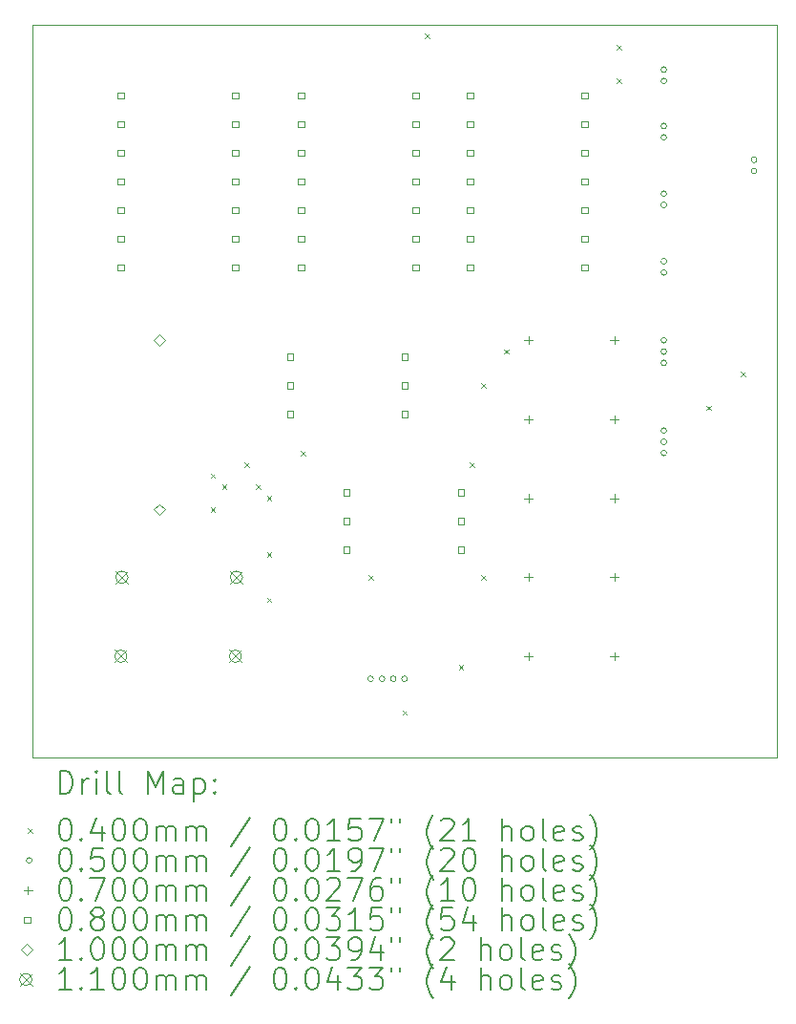
<source format=gbr>
%TF.GenerationSoftware,KiCad,Pcbnew,7.0.1-0*%
%TF.CreationDate,2023-05-12T11:36:12+01:00*%
%TF.ProjectId,rs232,72733233-322e-46b6-9963-61645f706362,rev?*%
%TF.SameCoordinates,Original*%
%TF.FileFunction,Drillmap*%
%TF.FilePolarity,Positive*%
%FSLAX45Y45*%
G04 Gerber Fmt 4.5, Leading zero omitted, Abs format (unit mm)*
G04 Created by KiCad (PCBNEW 7.0.1-0) date 2023-05-12 11:36:12*
%MOMM*%
%LPD*%
G01*
G04 APERTURE LIST*
%ADD10C,0.100000*%
%ADD11C,0.200000*%
%ADD12C,0.040000*%
%ADD13C,0.050000*%
%ADD14C,0.070000*%
%ADD15C,0.080000*%
%ADD16C,0.110000*%
G04 APERTURE END LIST*
D10*
X17700000Y-8400000D02*
X24300000Y-8400000D01*
X24300000Y-14900000D01*
X17700000Y-14900000D01*
X17700000Y-8400000D01*
D11*
D12*
X19280000Y-12380000D02*
X19320000Y-12420000D01*
X19320000Y-12380000D02*
X19280000Y-12420000D01*
X19280000Y-12680000D02*
X19320000Y-12720000D01*
X19320000Y-12680000D02*
X19280000Y-12720000D01*
X19380000Y-12480000D02*
X19420000Y-12520000D01*
X19420000Y-12480000D02*
X19380000Y-12520000D01*
X19580000Y-12280000D02*
X19620000Y-12320000D01*
X19620000Y-12280000D02*
X19580000Y-12320000D01*
X19680000Y-12480000D02*
X19720000Y-12520000D01*
X19720000Y-12480000D02*
X19680000Y-12520000D01*
X19780000Y-12580000D02*
X19820000Y-12620000D01*
X19820000Y-12580000D02*
X19780000Y-12620000D01*
X19780000Y-13080000D02*
X19820000Y-13120000D01*
X19820000Y-13080000D02*
X19780000Y-13120000D01*
X19780000Y-13480000D02*
X19820000Y-13520000D01*
X19820000Y-13480000D02*
X19780000Y-13520000D01*
X20080000Y-12180000D02*
X20120000Y-12220000D01*
X20120000Y-12180000D02*
X20080000Y-12220000D01*
X20680000Y-13280000D02*
X20720000Y-13320000D01*
X20720000Y-13280000D02*
X20680000Y-13320000D01*
X20980000Y-14480000D02*
X21020000Y-14520000D01*
X21020000Y-14480000D02*
X20980000Y-14520000D01*
X21180000Y-8480000D02*
X21220000Y-8520000D01*
X21220000Y-8480000D02*
X21180000Y-8520000D01*
X21480000Y-14080000D02*
X21520000Y-14120000D01*
X21520000Y-14080000D02*
X21480000Y-14120000D01*
X21580000Y-12280000D02*
X21620000Y-12320000D01*
X21620000Y-12280000D02*
X21580000Y-12320000D01*
X21680000Y-11580000D02*
X21720000Y-11620000D01*
X21720000Y-11580000D02*
X21680000Y-11620000D01*
X21680000Y-13280000D02*
X21720000Y-13320000D01*
X21720000Y-13280000D02*
X21680000Y-13320000D01*
X21880000Y-11280000D02*
X21920000Y-11320000D01*
X21920000Y-11280000D02*
X21880000Y-11320000D01*
X22880000Y-8580000D02*
X22920000Y-8620000D01*
X22920000Y-8580000D02*
X22880000Y-8620000D01*
X22880000Y-8880000D02*
X22920000Y-8920000D01*
X22920000Y-8880000D02*
X22880000Y-8920000D01*
X23680000Y-11780000D02*
X23720000Y-11820000D01*
X23720000Y-11780000D02*
X23680000Y-11820000D01*
X23980000Y-11480000D02*
X24020000Y-11520000D01*
X24020000Y-11480000D02*
X23980000Y-11520000D01*
D13*
X20725000Y-14200000D02*
G75*
G03*
X20725000Y-14200000I-25000J0D01*
G01*
X20825000Y-14200000D02*
G75*
G03*
X20825000Y-14200000I-25000J0D01*
G01*
X20925000Y-14200000D02*
G75*
G03*
X20925000Y-14200000I-25000J0D01*
G01*
X21025000Y-14200000D02*
G75*
G03*
X21025000Y-14200000I-25000J0D01*
G01*
X23325000Y-8800000D02*
G75*
G03*
X23325000Y-8800000I-25000J0D01*
G01*
X23325000Y-8900000D02*
G75*
G03*
X23325000Y-8900000I-25000J0D01*
G01*
X23325000Y-9300000D02*
G75*
G03*
X23325000Y-9300000I-25000J0D01*
G01*
X23325000Y-9400000D02*
G75*
G03*
X23325000Y-9400000I-25000J0D01*
G01*
X23325000Y-9900000D02*
G75*
G03*
X23325000Y-9900000I-25000J0D01*
G01*
X23325000Y-10000000D02*
G75*
G03*
X23325000Y-10000000I-25000J0D01*
G01*
X23325000Y-10500000D02*
G75*
G03*
X23325000Y-10500000I-25000J0D01*
G01*
X23325000Y-10600000D02*
G75*
G03*
X23325000Y-10600000I-25000J0D01*
G01*
X23325000Y-11200000D02*
G75*
G03*
X23325000Y-11200000I-25000J0D01*
G01*
X23325000Y-11300000D02*
G75*
G03*
X23325000Y-11300000I-25000J0D01*
G01*
X23325000Y-11400000D02*
G75*
G03*
X23325000Y-11400000I-25000J0D01*
G01*
X23325000Y-12000000D02*
G75*
G03*
X23325000Y-12000000I-25000J0D01*
G01*
X23325000Y-12100000D02*
G75*
G03*
X23325000Y-12100000I-25000J0D01*
G01*
X23325000Y-12200000D02*
G75*
G03*
X23325000Y-12200000I-25000J0D01*
G01*
X24125000Y-9600000D02*
G75*
G03*
X24125000Y-9600000I-25000J0D01*
G01*
X24125000Y-9700000D02*
G75*
G03*
X24125000Y-9700000I-25000J0D01*
G01*
D14*
X22098000Y-11165000D02*
X22098000Y-11235000D01*
X22063000Y-11200000D02*
X22133000Y-11200000D01*
X22098000Y-11865000D02*
X22098000Y-11935000D01*
X22063000Y-11900000D02*
X22133000Y-11900000D01*
X22098000Y-12565000D02*
X22098000Y-12635000D01*
X22063000Y-12600000D02*
X22133000Y-12600000D01*
X22098000Y-13265000D02*
X22098000Y-13335000D01*
X22063000Y-13300000D02*
X22133000Y-13300000D01*
X22098000Y-13965000D02*
X22098000Y-14035000D01*
X22063000Y-14000000D02*
X22133000Y-14000000D01*
X22860000Y-11165000D02*
X22860000Y-11235000D01*
X22825000Y-11200000D02*
X22895000Y-11200000D01*
X22860000Y-11865000D02*
X22860000Y-11935000D01*
X22825000Y-11900000D02*
X22895000Y-11900000D01*
X22860000Y-12565000D02*
X22860000Y-12635000D01*
X22825000Y-12600000D02*
X22895000Y-12600000D01*
X22860000Y-13265000D02*
X22860000Y-13335000D01*
X22825000Y-13300000D02*
X22895000Y-13300000D01*
X22860000Y-13965000D02*
X22860000Y-14035000D01*
X22825000Y-14000000D02*
X22895000Y-14000000D01*
D15*
X18512285Y-9058285D02*
X18512285Y-9001716D01*
X18455716Y-9001716D01*
X18455716Y-9058285D01*
X18512285Y-9058285D01*
X18512285Y-9312285D02*
X18512285Y-9255716D01*
X18455716Y-9255716D01*
X18455716Y-9312285D01*
X18512285Y-9312285D01*
X18512285Y-9566285D02*
X18512285Y-9509716D01*
X18455716Y-9509716D01*
X18455716Y-9566285D01*
X18512285Y-9566285D01*
X18512285Y-9820285D02*
X18512285Y-9763716D01*
X18455716Y-9763716D01*
X18455716Y-9820285D01*
X18512285Y-9820285D01*
X18512285Y-10074285D02*
X18512285Y-10017716D01*
X18455716Y-10017716D01*
X18455716Y-10074285D01*
X18512285Y-10074285D01*
X18512285Y-10328285D02*
X18512285Y-10271716D01*
X18455716Y-10271716D01*
X18455716Y-10328285D01*
X18512285Y-10328285D01*
X18512285Y-10582285D02*
X18512285Y-10525716D01*
X18455716Y-10525716D01*
X18455716Y-10582285D01*
X18512285Y-10582285D01*
X19528285Y-9058285D02*
X19528285Y-9001716D01*
X19471716Y-9001716D01*
X19471716Y-9058285D01*
X19528285Y-9058285D01*
X19528285Y-9312285D02*
X19528285Y-9255716D01*
X19471716Y-9255716D01*
X19471716Y-9312285D01*
X19528285Y-9312285D01*
X19528285Y-9566285D02*
X19528285Y-9509716D01*
X19471716Y-9509716D01*
X19471716Y-9566285D01*
X19528285Y-9566285D01*
X19528285Y-9820285D02*
X19528285Y-9763716D01*
X19471716Y-9763716D01*
X19471716Y-9820285D01*
X19528285Y-9820285D01*
X19528285Y-10074285D02*
X19528285Y-10017716D01*
X19471716Y-10017716D01*
X19471716Y-10074285D01*
X19528285Y-10074285D01*
X19528285Y-10328285D02*
X19528285Y-10271716D01*
X19471716Y-10271716D01*
X19471716Y-10328285D01*
X19528285Y-10328285D01*
X19528285Y-10582285D02*
X19528285Y-10525716D01*
X19471716Y-10525716D01*
X19471716Y-10582285D01*
X19528285Y-10582285D01*
X20012285Y-11374284D02*
X20012285Y-11317715D01*
X19955716Y-11317715D01*
X19955716Y-11374284D01*
X20012285Y-11374284D01*
X20012285Y-11628284D02*
X20012285Y-11571715D01*
X19955716Y-11571715D01*
X19955716Y-11628284D01*
X20012285Y-11628284D01*
X20012285Y-11882284D02*
X20012285Y-11825715D01*
X19955716Y-11825715D01*
X19955716Y-11882284D01*
X20012285Y-11882284D01*
X20112285Y-9058285D02*
X20112285Y-9001716D01*
X20055716Y-9001716D01*
X20055716Y-9058285D01*
X20112285Y-9058285D01*
X20112285Y-9312285D02*
X20112285Y-9255716D01*
X20055716Y-9255716D01*
X20055716Y-9312285D01*
X20112285Y-9312285D01*
X20112285Y-9566285D02*
X20112285Y-9509716D01*
X20055716Y-9509716D01*
X20055716Y-9566285D01*
X20112285Y-9566285D01*
X20112285Y-9820285D02*
X20112285Y-9763716D01*
X20055716Y-9763716D01*
X20055716Y-9820285D01*
X20112285Y-9820285D01*
X20112285Y-10074285D02*
X20112285Y-10017716D01*
X20055716Y-10017716D01*
X20055716Y-10074285D01*
X20112285Y-10074285D01*
X20112285Y-10328285D02*
X20112285Y-10271716D01*
X20055716Y-10271716D01*
X20055716Y-10328285D01*
X20112285Y-10328285D01*
X20112285Y-10582285D02*
X20112285Y-10525716D01*
X20055716Y-10525716D01*
X20055716Y-10582285D01*
X20112285Y-10582285D01*
X20512285Y-12574284D02*
X20512285Y-12517715D01*
X20455716Y-12517715D01*
X20455716Y-12574284D01*
X20512285Y-12574284D01*
X20512285Y-12828284D02*
X20512285Y-12771715D01*
X20455716Y-12771715D01*
X20455716Y-12828284D01*
X20512285Y-12828284D01*
X20512285Y-13082284D02*
X20512285Y-13025715D01*
X20455716Y-13025715D01*
X20455716Y-13082284D01*
X20512285Y-13082284D01*
X21028285Y-11374284D02*
X21028285Y-11317715D01*
X20971716Y-11317715D01*
X20971716Y-11374284D01*
X21028285Y-11374284D01*
X21028285Y-11628284D02*
X21028285Y-11571715D01*
X20971716Y-11571715D01*
X20971716Y-11628284D01*
X21028285Y-11628284D01*
X21028285Y-11882284D02*
X21028285Y-11825715D01*
X20971716Y-11825715D01*
X20971716Y-11882284D01*
X21028285Y-11882284D01*
X21128285Y-9058285D02*
X21128285Y-9001716D01*
X21071716Y-9001716D01*
X21071716Y-9058285D01*
X21128285Y-9058285D01*
X21128285Y-9312285D02*
X21128285Y-9255716D01*
X21071716Y-9255716D01*
X21071716Y-9312285D01*
X21128285Y-9312285D01*
X21128285Y-9566285D02*
X21128285Y-9509716D01*
X21071716Y-9509716D01*
X21071716Y-9566285D01*
X21128285Y-9566285D01*
X21128285Y-9820285D02*
X21128285Y-9763716D01*
X21071716Y-9763716D01*
X21071716Y-9820285D01*
X21128285Y-9820285D01*
X21128285Y-10074285D02*
X21128285Y-10017716D01*
X21071716Y-10017716D01*
X21071716Y-10074285D01*
X21128285Y-10074285D01*
X21128285Y-10328285D02*
X21128285Y-10271716D01*
X21071716Y-10271716D01*
X21071716Y-10328285D01*
X21128285Y-10328285D01*
X21128285Y-10582285D02*
X21128285Y-10525716D01*
X21071716Y-10525716D01*
X21071716Y-10582285D01*
X21128285Y-10582285D01*
X21528285Y-12574284D02*
X21528285Y-12517715D01*
X21471716Y-12517715D01*
X21471716Y-12574284D01*
X21528285Y-12574284D01*
X21528285Y-12828284D02*
X21528285Y-12771715D01*
X21471716Y-12771715D01*
X21471716Y-12828284D01*
X21528285Y-12828284D01*
X21528285Y-13082284D02*
X21528285Y-13025715D01*
X21471716Y-13025715D01*
X21471716Y-13082284D01*
X21528285Y-13082284D01*
X21612285Y-9058285D02*
X21612285Y-9001716D01*
X21555716Y-9001716D01*
X21555716Y-9058285D01*
X21612285Y-9058285D01*
X21612285Y-9312285D02*
X21612285Y-9255716D01*
X21555716Y-9255716D01*
X21555716Y-9312285D01*
X21612285Y-9312285D01*
X21612285Y-9566285D02*
X21612285Y-9509716D01*
X21555716Y-9509716D01*
X21555716Y-9566285D01*
X21612285Y-9566285D01*
X21612285Y-9820285D02*
X21612285Y-9763716D01*
X21555716Y-9763716D01*
X21555716Y-9820285D01*
X21612285Y-9820285D01*
X21612285Y-10074285D02*
X21612285Y-10017716D01*
X21555716Y-10017716D01*
X21555716Y-10074285D01*
X21612285Y-10074285D01*
X21612285Y-10328285D02*
X21612285Y-10271716D01*
X21555716Y-10271716D01*
X21555716Y-10328285D01*
X21612285Y-10328285D01*
X21612285Y-10582285D02*
X21612285Y-10525716D01*
X21555716Y-10525716D01*
X21555716Y-10582285D01*
X21612285Y-10582285D01*
X22628284Y-9058285D02*
X22628284Y-9001716D01*
X22571715Y-9001716D01*
X22571715Y-9058285D01*
X22628284Y-9058285D01*
X22628284Y-9312285D02*
X22628284Y-9255716D01*
X22571715Y-9255716D01*
X22571715Y-9312285D01*
X22628284Y-9312285D01*
X22628284Y-9566285D02*
X22628284Y-9509716D01*
X22571715Y-9509716D01*
X22571715Y-9566285D01*
X22628284Y-9566285D01*
X22628284Y-9820285D02*
X22628284Y-9763716D01*
X22571715Y-9763716D01*
X22571715Y-9820285D01*
X22628284Y-9820285D01*
X22628284Y-10074285D02*
X22628284Y-10017716D01*
X22571715Y-10017716D01*
X22571715Y-10074285D01*
X22628284Y-10074285D01*
X22628284Y-10328285D02*
X22628284Y-10271716D01*
X22571715Y-10271716D01*
X22571715Y-10328285D01*
X22628284Y-10328285D01*
X22628284Y-10582285D02*
X22628284Y-10525716D01*
X22571715Y-10525716D01*
X22571715Y-10582285D01*
X22628284Y-10582285D01*
D10*
X18824250Y-11250000D02*
X18874250Y-11200000D01*
X18824250Y-11150000D01*
X18774250Y-11200000D01*
X18824250Y-11250000D01*
X18824250Y-12750000D02*
X18874250Y-12700000D01*
X18824250Y-12650000D01*
X18774250Y-12700000D01*
X18824250Y-12750000D01*
D16*
X18429000Y-13945000D02*
X18539000Y-14055000D01*
X18539000Y-13945000D02*
X18429000Y-14055000D01*
X18539000Y-14000000D02*
G75*
G03*
X18539000Y-14000000I-55000J0D01*
G01*
X18437000Y-13245000D02*
X18547000Y-13355000D01*
X18547000Y-13245000D02*
X18437000Y-13355000D01*
X18547000Y-13300000D02*
G75*
G03*
X18547000Y-13300000I-55000J0D01*
G01*
X19445000Y-13945000D02*
X19555000Y-14055000D01*
X19555000Y-13945000D02*
X19445000Y-14055000D01*
X19555000Y-14000000D02*
G75*
G03*
X19555000Y-14000000I-55000J0D01*
G01*
X19453000Y-13245000D02*
X19563000Y-13355000D01*
X19563000Y-13245000D02*
X19453000Y-13355000D01*
X19563000Y-13300000D02*
G75*
G03*
X19563000Y-13300000I-55000J0D01*
G01*
D11*
X17942619Y-15217524D02*
X17942619Y-15017524D01*
X17942619Y-15017524D02*
X17990238Y-15017524D01*
X17990238Y-15017524D02*
X18018810Y-15027048D01*
X18018810Y-15027048D02*
X18037857Y-15046095D01*
X18037857Y-15046095D02*
X18047381Y-15065143D01*
X18047381Y-15065143D02*
X18056905Y-15103238D01*
X18056905Y-15103238D02*
X18056905Y-15131809D01*
X18056905Y-15131809D02*
X18047381Y-15169905D01*
X18047381Y-15169905D02*
X18037857Y-15188952D01*
X18037857Y-15188952D02*
X18018810Y-15208000D01*
X18018810Y-15208000D02*
X17990238Y-15217524D01*
X17990238Y-15217524D02*
X17942619Y-15217524D01*
X18142619Y-15217524D02*
X18142619Y-15084190D01*
X18142619Y-15122286D02*
X18152143Y-15103238D01*
X18152143Y-15103238D02*
X18161667Y-15093714D01*
X18161667Y-15093714D02*
X18180714Y-15084190D01*
X18180714Y-15084190D02*
X18199762Y-15084190D01*
X18266429Y-15217524D02*
X18266429Y-15084190D01*
X18266429Y-15017524D02*
X18256905Y-15027048D01*
X18256905Y-15027048D02*
X18266429Y-15036571D01*
X18266429Y-15036571D02*
X18275952Y-15027048D01*
X18275952Y-15027048D02*
X18266429Y-15017524D01*
X18266429Y-15017524D02*
X18266429Y-15036571D01*
X18390238Y-15217524D02*
X18371190Y-15208000D01*
X18371190Y-15208000D02*
X18361667Y-15188952D01*
X18361667Y-15188952D02*
X18361667Y-15017524D01*
X18495000Y-15217524D02*
X18475952Y-15208000D01*
X18475952Y-15208000D02*
X18466429Y-15188952D01*
X18466429Y-15188952D02*
X18466429Y-15017524D01*
X18723571Y-15217524D02*
X18723571Y-15017524D01*
X18723571Y-15017524D02*
X18790238Y-15160381D01*
X18790238Y-15160381D02*
X18856905Y-15017524D01*
X18856905Y-15017524D02*
X18856905Y-15217524D01*
X19037857Y-15217524D02*
X19037857Y-15112762D01*
X19037857Y-15112762D02*
X19028333Y-15093714D01*
X19028333Y-15093714D02*
X19009286Y-15084190D01*
X19009286Y-15084190D02*
X18971190Y-15084190D01*
X18971190Y-15084190D02*
X18952143Y-15093714D01*
X19037857Y-15208000D02*
X19018810Y-15217524D01*
X19018810Y-15217524D02*
X18971190Y-15217524D01*
X18971190Y-15217524D02*
X18952143Y-15208000D01*
X18952143Y-15208000D02*
X18942619Y-15188952D01*
X18942619Y-15188952D02*
X18942619Y-15169905D01*
X18942619Y-15169905D02*
X18952143Y-15150857D01*
X18952143Y-15150857D02*
X18971190Y-15141333D01*
X18971190Y-15141333D02*
X19018810Y-15141333D01*
X19018810Y-15141333D02*
X19037857Y-15131809D01*
X19133095Y-15084190D02*
X19133095Y-15284190D01*
X19133095Y-15093714D02*
X19152143Y-15084190D01*
X19152143Y-15084190D02*
X19190238Y-15084190D01*
X19190238Y-15084190D02*
X19209286Y-15093714D01*
X19209286Y-15093714D02*
X19218810Y-15103238D01*
X19218810Y-15103238D02*
X19228333Y-15122286D01*
X19228333Y-15122286D02*
X19228333Y-15179428D01*
X19228333Y-15179428D02*
X19218810Y-15198476D01*
X19218810Y-15198476D02*
X19209286Y-15208000D01*
X19209286Y-15208000D02*
X19190238Y-15217524D01*
X19190238Y-15217524D02*
X19152143Y-15217524D01*
X19152143Y-15217524D02*
X19133095Y-15208000D01*
X19314048Y-15198476D02*
X19323571Y-15208000D01*
X19323571Y-15208000D02*
X19314048Y-15217524D01*
X19314048Y-15217524D02*
X19304524Y-15208000D01*
X19304524Y-15208000D02*
X19314048Y-15198476D01*
X19314048Y-15198476D02*
X19314048Y-15217524D01*
X19314048Y-15093714D02*
X19323571Y-15103238D01*
X19323571Y-15103238D02*
X19314048Y-15112762D01*
X19314048Y-15112762D02*
X19304524Y-15103238D01*
X19304524Y-15103238D02*
X19314048Y-15093714D01*
X19314048Y-15093714D02*
X19314048Y-15112762D01*
D12*
X17655000Y-15525000D02*
X17695000Y-15565000D01*
X17695000Y-15525000D02*
X17655000Y-15565000D01*
D11*
X17980714Y-15437524D02*
X17999762Y-15437524D01*
X17999762Y-15437524D02*
X18018810Y-15447048D01*
X18018810Y-15447048D02*
X18028333Y-15456571D01*
X18028333Y-15456571D02*
X18037857Y-15475619D01*
X18037857Y-15475619D02*
X18047381Y-15513714D01*
X18047381Y-15513714D02*
X18047381Y-15561333D01*
X18047381Y-15561333D02*
X18037857Y-15599428D01*
X18037857Y-15599428D02*
X18028333Y-15618476D01*
X18028333Y-15618476D02*
X18018810Y-15628000D01*
X18018810Y-15628000D02*
X17999762Y-15637524D01*
X17999762Y-15637524D02*
X17980714Y-15637524D01*
X17980714Y-15637524D02*
X17961667Y-15628000D01*
X17961667Y-15628000D02*
X17952143Y-15618476D01*
X17952143Y-15618476D02*
X17942619Y-15599428D01*
X17942619Y-15599428D02*
X17933095Y-15561333D01*
X17933095Y-15561333D02*
X17933095Y-15513714D01*
X17933095Y-15513714D02*
X17942619Y-15475619D01*
X17942619Y-15475619D02*
X17952143Y-15456571D01*
X17952143Y-15456571D02*
X17961667Y-15447048D01*
X17961667Y-15447048D02*
X17980714Y-15437524D01*
X18133095Y-15618476D02*
X18142619Y-15628000D01*
X18142619Y-15628000D02*
X18133095Y-15637524D01*
X18133095Y-15637524D02*
X18123571Y-15628000D01*
X18123571Y-15628000D02*
X18133095Y-15618476D01*
X18133095Y-15618476D02*
X18133095Y-15637524D01*
X18314048Y-15504190D02*
X18314048Y-15637524D01*
X18266429Y-15428000D02*
X18218810Y-15570857D01*
X18218810Y-15570857D02*
X18342619Y-15570857D01*
X18456905Y-15437524D02*
X18475952Y-15437524D01*
X18475952Y-15437524D02*
X18495000Y-15447048D01*
X18495000Y-15447048D02*
X18504524Y-15456571D01*
X18504524Y-15456571D02*
X18514048Y-15475619D01*
X18514048Y-15475619D02*
X18523571Y-15513714D01*
X18523571Y-15513714D02*
X18523571Y-15561333D01*
X18523571Y-15561333D02*
X18514048Y-15599428D01*
X18514048Y-15599428D02*
X18504524Y-15618476D01*
X18504524Y-15618476D02*
X18495000Y-15628000D01*
X18495000Y-15628000D02*
X18475952Y-15637524D01*
X18475952Y-15637524D02*
X18456905Y-15637524D01*
X18456905Y-15637524D02*
X18437857Y-15628000D01*
X18437857Y-15628000D02*
X18428333Y-15618476D01*
X18428333Y-15618476D02*
X18418810Y-15599428D01*
X18418810Y-15599428D02*
X18409286Y-15561333D01*
X18409286Y-15561333D02*
X18409286Y-15513714D01*
X18409286Y-15513714D02*
X18418810Y-15475619D01*
X18418810Y-15475619D02*
X18428333Y-15456571D01*
X18428333Y-15456571D02*
X18437857Y-15447048D01*
X18437857Y-15447048D02*
X18456905Y-15437524D01*
X18647381Y-15437524D02*
X18666429Y-15437524D01*
X18666429Y-15437524D02*
X18685476Y-15447048D01*
X18685476Y-15447048D02*
X18695000Y-15456571D01*
X18695000Y-15456571D02*
X18704524Y-15475619D01*
X18704524Y-15475619D02*
X18714048Y-15513714D01*
X18714048Y-15513714D02*
X18714048Y-15561333D01*
X18714048Y-15561333D02*
X18704524Y-15599428D01*
X18704524Y-15599428D02*
X18695000Y-15618476D01*
X18695000Y-15618476D02*
X18685476Y-15628000D01*
X18685476Y-15628000D02*
X18666429Y-15637524D01*
X18666429Y-15637524D02*
X18647381Y-15637524D01*
X18647381Y-15637524D02*
X18628333Y-15628000D01*
X18628333Y-15628000D02*
X18618810Y-15618476D01*
X18618810Y-15618476D02*
X18609286Y-15599428D01*
X18609286Y-15599428D02*
X18599762Y-15561333D01*
X18599762Y-15561333D02*
X18599762Y-15513714D01*
X18599762Y-15513714D02*
X18609286Y-15475619D01*
X18609286Y-15475619D02*
X18618810Y-15456571D01*
X18618810Y-15456571D02*
X18628333Y-15447048D01*
X18628333Y-15447048D02*
X18647381Y-15437524D01*
X18799762Y-15637524D02*
X18799762Y-15504190D01*
X18799762Y-15523238D02*
X18809286Y-15513714D01*
X18809286Y-15513714D02*
X18828333Y-15504190D01*
X18828333Y-15504190D02*
X18856905Y-15504190D01*
X18856905Y-15504190D02*
X18875952Y-15513714D01*
X18875952Y-15513714D02*
X18885476Y-15532762D01*
X18885476Y-15532762D02*
X18885476Y-15637524D01*
X18885476Y-15532762D02*
X18895000Y-15513714D01*
X18895000Y-15513714D02*
X18914048Y-15504190D01*
X18914048Y-15504190D02*
X18942619Y-15504190D01*
X18942619Y-15504190D02*
X18961667Y-15513714D01*
X18961667Y-15513714D02*
X18971191Y-15532762D01*
X18971191Y-15532762D02*
X18971191Y-15637524D01*
X19066429Y-15637524D02*
X19066429Y-15504190D01*
X19066429Y-15523238D02*
X19075952Y-15513714D01*
X19075952Y-15513714D02*
X19095000Y-15504190D01*
X19095000Y-15504190D02*
X19123572Y-15504190D01*
X19123572Y-15504190D02*
X19142619Y-15513714D01*
X19142619Y-15513714D02*
X19152143Y-15532762D01*
X19152143Y-15532762D02*
X19152143Y-15637524D01*
X19152143Y-15532762D02*
X19161667Y-15513714D01*
X19161667Y-15513714D02*
X19180714Y-15504190D01*
X19180714Y-15504190D02*
X19209286Y-15504190D01*
X19209286Y-15504190D02*
X19228333Y-15513714D01*
X19228333Y-15513714D02*
X19237857Y-15532762D01*
X19237857Y-15532762D02*
X19237857Y-15637524D01*
X19628333Y-15428000D02*
X19456905Y-15685143D01*
X19885476Y-15437524D02*
X19904524Y-15437524D01*
X19904524Y-15437524D02*
X19923572Y-15447048D01*
X19923572Y-15447048D02*
X19933095Y-15456571D01*
X19933095Y-15456571D02*
X19942619Y-15475619D01*
X19942619Y-15475619D02*
X19952143Y-15513714D01*
X19952143Y-15513714D02*
X19952143Y-15561333D01*
X19952143Y-15561333D02*
X19942619Y-15599428D01*
X19942619Y-15599428D02*
X19933095Y-15618476D01*
X19933095Y-15618476D02*
X19923572Y-15628000D01*
X19923572Y-15628000D02*
X19904524Y-15637524D01*
X19904524Y-15637524D02*
X19885476Y-15637524D01*
X19885476Y-15637524D02*
X19866429Y-15628000D01*
X19866429Y-15628000D02*
X19856905Y-15618476D01*
X19856905Y-15618476D02*
X19847381Y-15599428D01*
X19847381Y-15599428D02*
X19837857Y-15561333D01*
X19837857Y-15561333D02*
X19837857Y-15513714D01*
X19837857Y-15513714D02*
X19847381Y-15475619D01*
X19847381Y-15475619D02*
X19856905Y-15456571D01*
X19856905Y-15456571D02*
X19866429Y-15447048D01*
X19866429Y-15447048D02*
X19885476Y-15437524D01*
X20037857Y-15618476D02*
X20047381Y-15628000D01*
X20047381Y-15628000D02*
X20037857Y-15637524D01*
X20037857Y-15637524D02*
X20028334Y-15628000D01*
X20028334Y-15628000D02*
X20037857Y-15618476D01*
X20037857Y-15618476D02*
X20037857Y-15637524D01*
X20171191Y-15437524D02*
X20190238Y-15437524D01*
X20190238Y-15437524D02*
X20209286Y-15447048D01*
X20209286Y-15447048D02*
X20218810Y-15456571D01*
X20218810Y-15456571D02*
X20228334Y-15475619D01*
X20228334Y-15475619D02*
X20237857Y-15513714D01*
X20237857Y-15513714D02*
X20237857Y-15561333D01*
X20237857Y-15561333D02*
X20228334Y-15599428D01*
X20228334Y-15599428D02*
X20218810Y-15618476D01*
X20218810Y-15618476D02*
X20209286Y-15628000D01*
X20209286Y-15628000D02*
X20190238Y-15637524D01*
X20190238Y-15637524D02*
X20171191Y-15637524D01*
X20171191Y-15637524D02*
X20152143Y-15628000D01*
X20152143Y-15628000D02*
X20142619Y-15618476D01*
X20142619Y-15618476D02*
X20133095Y-15599428D01*
X20133095Y-15599428D02*
X20123572Y-15561333D01*
X20123572Y-15561333D02*
X20123572Y-15513714D01*
X20123572Y-15513714D02*
X20133095Y-15475619D01*
X20133095Y-15475619D02*
X20142619Y-15456571D01*
X20142619Y-15456571D02*
X20152143Y-15447048D01*
X20152143Y-15447048D02*
X20171191Y-15437524D01*
X20428334Y-15637524D02*
X20314048Y-15637524D01*
X20371191Y-15637524D02*
X20371191Y-15437524D01*
X20371191Y-15437524D02*
X20352143Y-15466095D01*
X20352143Y-15466095D02*
X20333095Y-15485143D01*
X20333095Y-15485143D02*
X20314048Y-15494667D01*
X20609286Y-15437524D02*
X20514048Y-15437524D01*
X20514048Y-15437524D02*
X20504524Y-15532762D01*
X20504524Y-15532762D02*
X20514048Y-15523238D01*
X20514048Y-15523238D02*
X20533095Y-15513714D01*
X20533095Y-15513714D02*
X20580715Y-15513714D01*
X20580715Y-15513714D02*
X20599762Y-15523238D01*
X20599762Y-15523238D02*
X20609286Y-15532762D01*
X20609286Y-15532762D02*
X20618810Y-15551809D01*
X20618810Y-15551809D02*
X20618810Y-15599428D01*
X20618810Y-15599428D02*
X20609286Y-15618476D01*
X20609286Y-15618476D02*
X20599762Y-15628000D01*
X20599762Y-15628000D02*
X20580715Y-15637524D01*
X20580715Y-15637524D02*
X20533095Y-15637524D01*
X20533095Y-15637524D02*
X20514048Y-15628000D01*
X20514048Y-15628000D02*
X20504524Y-15618476D01*
X20685476Y-15437524D02*
X20818810Y-15437524D01*
X20818810Y-15437524D02*
X20733095Y-15637524D01*
X20885476Y-15437524D02*
X20885476Y-15475619D01*
X20961667Y-15437524D02*
X20961667Y-15475619D01*
X21256905Y-15713714D02*
X21247381Y-15704190D01*
X21247381Y-15704190D02*
X21228334Y-15675619D01*
X21228334Y-15675619D02*
X21218810Y-15656571D01*
X21218810Y-15656571D02*
X21209286Y-15628000D01*
X21209286Y-15628000D02*
X21199762Y-15580381D01*
X21199762Y-15580381D02*
X21199762Y-15542286D01*
X21199762Y-15542286D02*
X21209286Y-15494667D01*
X21209286Y-15494667D02*
X21218810Y-15466095D01*
X21218810Y-15466095D02*
X21228334Y-15447048D01*
X21228334Y-15447048D02*
X21247381Y-15418476D01*
X21247381Y-15418476D02*
X21256905Y-15408952D01*
X21323572Y-15456571D02*
X21333096Y-15447048D01*
X21333096Y-15447048D02*
X21352143Y-15437524D01*
X21352143Y-15437524D02*
X21399762Y-15437524D01*
X21399762Y-15437524D02*
X21418810Y-15447048D01*
X21418810Y-15447048D02*
X21428334Y-15456571D01*
X21428334Y-15456571D02*
X21437857Y-15475619D01*
X21437857Y-15475619D02*
X21437857Y-15494667D01*
X21437857Y-15494667D02*
X21428334Y-15523238D01*
X21428334Y-15523238D02*
X21314048Y-15637524D01*
X21314048Y-15637524D02*
X21437857Y-15637524D01*
X21628334Y-15637524D02*
X21514048Y-15637524D01*
X21571191Y-15637524D02*
X21571191Y-15437524D01*
X21571191Y-15437524D02*
X21552143Y-15466095D01*
X21552143Y-15466095D02*
X21533096Y-15485143D01*
X21533096Y-15485143D02*
X21514048Y-15494667D01*
X21866429Y-15637524D02*
X21866429Y-15437524D01*
X21952143Y-15637524D02*
X21952143Y-15532762D01*
X21952143Y-15532762D02*
X21942619Y-15513714D01*
X21942619Y-15513714D02*
X21923572Y-15504190D01*
X21923572Y-15504190D02*
X21895000Y-15504190D01*
X21895000Y-15504190D02*
X21875953Y-15513714D01*
X21875953Y-15513714D02*
X21866429Y-15523238D01*
X22075953Y-15637524D02*
X22056905Y-15628000D01*
X22056905Y-15628000D02*
X22047381Y-15618476D01*
X22047381Y-15618476D02*
X22037858Y-15599428D01*
X22037858Y-15599428D02*
X22037858Y-15542286D01*
X22037858Y-15542286D02*
X22047381Y-15523238D01*
X22047381Y-15523238D02*
X22056905Y-15513714D01*
X22056905Y-15513714D02*
X22075953Y-15504190D01*
X22075953Y-15504190D02*
X22104524Y-15504190D01*
X22104524Y-15504190D02*
X22123572Y-15513714D01*
X22123572Y-15513714D02*
X22133096Y-15523238D01*
X22133096Y-15523238D02*
X22142619Y-15542286D01*
X22142619Y-15542286D02*
X22142619Y-15599428D01*
X22142619Y-15599428D02*
X22133096Y-15618476D01*
X22133096Y-15618476D02*
X22123572Y-15628000D01*
X22123572Y-15628000D02*
X22104524Y-15637524D01*
X22104524Y-15637524D02*
X22075953Y-15637524D01*
X22256905Y-15637524D02*
X22237858Y-15628000D01*
X22237858Y-15628000D02*
X22228334Y-15608952D01*
X22228334Y-15608952D02*
X22228334Y-15437524D01*
X22409286Y-15628000D02*
X22390238Y-15637524D01*
X22390238Y-15637524D02*
X22352143Y-15637524D01*
X22352143Y-15637524D02*
X22333096Y-15628000D01*
X22333096Y-15628000D02*
X22323572Y-15608952D01*
X22323572Y-15608952D02*
X22323572Y-15532762D01*
X22323572Y-15532762D02*
X22333096Y-15513714D01*
X22333096Y-15513714D02*
X22352143Y-15504190D01*
X22352143Y-15504190D02*
X22390238Y-15504190D01*
X22390238Y-15504190D02*
X22409286Y-15513714D01*
X22409286Y-15513714D02*
X22418810Y-15532762D01*
X22418810Y-15532762D02*
X22418810Y-15551809D01*
X22418810Y-15551809D02*
X22323572Y-15570857D01*
X22495000Y-15628000D02*
X22514048Y-15637524D01*
X22514048Y-15637524D02*
X22552143Y-15637524D01*
X22552143Y-15637524D02*
X22571191Y-15628000D01*
X22571191Y-15628000D02*
X22580715Y-15608952D01*
X22580715Y-15608952D02*
X22580715Y-15599428D01*
X22580715Y-15599428D02*
X22571191Y-15580381D01*
X22571191Y-15580381D02*
X22552143Y-15570857D01*
X22552143Y-15570857D02*
X22523572Y-15570857D01*
X22523572Y-15570857D02*
X22504524Y-15561333D01*
X22504524Y-15561333D02*
X22495000Y-15542286D01*
X22495000Y-15542286D02*
X22495000Y-15532762D01*
X22495000Y-15532762D02*
X22504524Y-15513714D01*
X22504524Y-15513714D02*
X22523572Y-15504190D01*
X22523572Y-15504190D02*
X22552143Y-15504190D01*
X22552143Y-15504190D02*
X22571191Y-15513714D01*
X22647381Y-15713714D02*
X22656905Y-15704190D01*
X22656905Y-15704190D02*
X22675953Y-15675619D01*
X22675953Y-15675619D02*
X22685477Y-15656571D01*
X22685477Y-15656571D02*
X22695000Y-15628000D01*
X22695000Y-15628000D02*
X22704524Y-15580381D01*
X22704524Y-15580381D02*
X22704524Y-15542286D01*
X22704524Y-15542286D02*
X22695000Y-15494667D01*
X22695000Y-15494667D02*
X22685477Y-15466095D01*
X22685477Y-15466095D02*
X22675953Y-15447048D01*
X22675953Y-15447048D02*
X22656905Y-15418476D01*
X22656905Y-15418476D02*
X22647381Y-15408952D01*
D13*
X17695000Y-15809000D02*
G75*
G03*
X17695000Y-15809000I-25000J0D01*
G01*
D11*
X17980714Y-15701524D02*
X17999762Y-15701524D01*
X17999762Y-15701524D02*
X18018810Y-15711048D01*
X18018810Y-15711048D02*
X18028333Y-15720571D01*
X18028333Y-15720571D02*
X18037857Y-15739619D01*
X18037857Y-15739619D02*
X18047381Y-15777714D01*
X18047381Y-15777714D02*
X18047381Y-15825333D01*
X18047381Y-15825333D02*
X18037857Y-15863428D01*
X18037857Y-15863428D02*
X18028333Y-15882476D01*
X18028333Y-15882476D02*
X18018810Y-15892000D01*
X18018810Y-15892000D02*
X17999762Y-15901524D01*
X17999762Y-15901524D02*
X17980714Y-15901524D01*
X17980714Y-15901524D02*
X17961667Y-15892000D01*
X17961667Y-15892000D02*
X17952143Y-15882476D01*
X17952143Y-15882476D02*
X17942619Y-15863428D01*
X17942619Y-15863428D02*
X17933095Y-15825333D01*
X17933095Y-15825333D02*
X17933095Y-15777714D01*
X17933095Y-15777714D02*
X17942619Y-15739619D01*
X17942619Y-15739619D02*
X17952143Y-15720571D01*
X17952143Y-15720571D02*
X17961667Y-15711048D01*
X17961667Y-15711048D02*
X17980714Y-15701524D01*
X18133095Y-15882476D02*
X18142619Y-15892000D01*
X18142619Y-15892000D02*
X18133095Y-15901524D01*
X18133095Y-15901524D02*
X18123571Y-15892000D01*
X18123571Y-15892000D02*
X18133095Y-15882476D01*
X18133095Y-15882476D02*
X18133095Y-15901524D01*
X18323571Y-15701524D02*
X18228333Y-15701524D01*
X18228333Y-15701524D02*
X18218810Y-15796762D01*
X18218810Y-15796762D02*
X18228333Y-15787238D01*
X18228333Y-15787238D02*
X18247381Y-15777714D01*
X18247381Y-15777714D02*
X18295000Y-15777714D01*
X18295000Y-15777714D02*
X18314048Y-15787238D01*
X18314048Y-15787238D02*
X18323571Y-15796762D01*
X18323571Y-15796762D02*
X18333095Y-15815809D01*
X18333095Y-15815809D02*
X18333095Y-15863428D01*
X18333095Y-15863428D02*
X18323571Y-15882476D01*
X18323571Y-15882476D02*
X18314048Y-15892000D01*
X18314048Y-15892000D02*
X18295000Y-15901524D01*
X18295000Y-15901524D02*
X18247381Y-15901524D01*
X18247381Y-15901524D02*
X18228333Y-15892000D01*
X18228333Y-15892000D02*
X18218810Y-15882476D01*
X18456905Y-15701524D02*
X18475952Y-15701524D01*
X18475952Y-15701524D02*
X18495000Y-15711048D01*
X18495000Y-15711048D02*
X18504524Y-15720571D01*
X18504524Y-15720571D02*
X18514048Y-15739619D01*
X18514048Y-15739619D02*
X18523571Y-15777714D01*
X18523571Y-15777714D02*
X18523571Y-15825333D01*
X18523571Y-15825333D02*
X18514048Y-15863428D01*
X18514048Y-15863428D02*
X18504524Y-15882476D01*
X18504524Y-15882476D02*
X18495000Y-15892000D01*
X18495000Y-15892000D02*
X18475952Y-15901524D01*
X18475952Y-15901524D02*
X18456905Y-15901524D01*
X18456905Y-15901524D02*
X18437857Y-15892000D01*
X18437857Y-15892000D02*
X18428333Y-15882476D01*
X18428333Y-15882476D02*
X18418810Y-15863428D01*
X18418810Y-15863428D02*
X18409286Y-15825333D01*
X18409286Y-15825333D02*
X18409286Y-15777714D01*
X18409286Y-15777714D02*
X18418810Y-15739619D01*
X18418810Y-15739619D02*
X18428333Y-15720571D01*
X18428333Y-15720571D02*
X18437857Y-15711048D01*
X18437857Y-15711048D02*
X18456905Y-15701524D01*
X18647381Y-15701524D02*
X18666429Y-15701524D01*
X18666429Y-15701524D02*
X18685476Y-15711048D01*
X18685476Y-15711048D02*
X18695000Y-15720571D01*
X18695000Y-15720571D02*
X18704524Y-15739619D01*
X18704524Y-15739619D02*
X18714048Y-15777714D01*
X18714048Y-15777714D02*
X18714048Y-15825333D01*
X18714048Y-15825333D02*
X18704524Y-15863428D01*
X18704524Y-15863428D02*
X18695000Y-15882476D01*
X18695000Y-15882476D02*
X18685476Y-15892000D01*
X18685476Y-15892000D02*
X18666429Y-15901524D01*
X18666429Y-15901524D02*
X18647381Y-15901524D01*
X18647381Y-15901524D02*
X18628333Y-15892000D01*
X18628333Y-15892000D02*
X18618810Y-15882476D01*
X18618810Y-15882476D02*
X18609286Y-15863428D01*
X18609286Y-15863428D02*
X18599762Y-15825333D01*
X18599762Y-15825333D02*
X18599762Y-15777714D01*
X18599762Y-15777714D02*
X18609286Y-15739619D01*
X18609286Y-15739619D02*
X18618810Y-15720571D01*
X18618810Y-15720571D02*
X18628333Y-15711048D01*
X18628333Y-15711048D02*
X18647381Y-15701524D01*
X18799762Y-15901524D02*
X18799762Y-15768190D01*
X18799762Y-15787238D02*
X18809286Y-15777714D01*
X18809286Y-15777714D02*
X18828333Y-15768190D01*
X18828333Y-15768190D02*
X18856905Y-15768190D01*
X18856905Y-15768190D02*
X18875952Y-15777714D01*
X18875952Y-15777714D02*
X18885476Y-15796762D01*
X18885476Y-15796762D02*
X18885476Y-15901524D01*
X18885476Y-15796762D02*
X18895000Y-15777714D01*
X18895000Y-15777714D02*
X18914048Y-15768190D01*
X18914048Y-15768190D02*
X18942619Y-15768190D01*
X18942619Y-15768190D02*
X18961667Y-15777714D01*
X18961667Y-15777714D02*
X18971191Y-15796762D01*
X18971191Y-15796762D02*
X18971191Y-15901524D01*
X19066429Y-15901524D02*
X19066429Y-15768190D01*
X19066429Y-15787238D02*
X19075952Y-15777714D01*
X19075952Y-15777714D02*
X19095000Y-15768190D01*
X19095000Y-15768190D02*
X19123572Y-15768190D01*
X19123572Y-15768190D02*
X19142619Y-15777714D01*
X19142619Y-15777714D02*
X19152143Y-15796762D01*
X19152143Y-15796762D02*
X19152143Y-15901524D01*
X19152143Y-15796762D02*
X19161667Y-15777714D01*
X19161667Y-15777714D02*
X19180714Y-15768190D01*
X19180714Y-15768190D02*
X19209286Y-15768190D01*
X19209286Y-15768190D02*
X19228333Y-15777714D01*
X19228333Y-15777714D02*
X19237857Y-15796762D01*
X19237857Y-15796762D02*
X19237857Y-15901524D01*
X19628333Y-15692000D02*
X19456905Y-15949143D01*
X19885476Y-15701524D02*
X19904524Y-15701524D01*
X19904524Y-15701524D02*
X19923572Y-15711048D01*
X19923572Y-15711048D02*
X19933095Y-15720571D01*
X19933095Y-15720571D02*
X19942619Y-15739619D01*
X19942619Y-15739619D02*
X19952143Y-15777714D01*
X19952143Y-15777714D02*
X19952143Y-15825333D01*
X19952143Y-15825333D02*
X19942619Y-15863428D01*
X19942619Y-15863428D02*
X19933095Y-15882476D01*
X19933095Y-15882476D02*
X19923572Y-15892000D01*
X19923572Y-15892000D02*
X19904524Y-15901524D01*
X19904524Y-15901524D02*
X19885476Y-15901524D01*
X19885476Y-15901524D02*
X19866429Y-15892000D01*
X19866429Y-15892000D02*
X19856905Y-15882476D01*
X19856905Y-15882476D02*
X19847381Y-15863428D01*
X19847381Y-15863428D02*
X19837857Y-15825333D01*
X19837857Y-15825333D02*
X19837857Y-15777714D01*
X19837857Y-15777714D02*
X19847381Y-15739619D01*
X19847381Y-15739619D02*
X19856905Y-15720571D01*
X19856905Y-15720571D02*
X19866429Y-15711048D01*
X19866429Y-15711048D02*
X19885476Y-15701524D01*
X20037857Y-15882476D02*
X20047381Y-15892000D01*
X20047381Y-15892000D02*
X20037857Y-15901524D01*
X20037857Y-15901524D02*
X20028334Y-15892000D01*
X20028334Y-15892000D02*
X20037857Y-15882476D01*
X20037857Y-15882476D02*
X20037857Y-15901524D01*
X20171191Y-15701524D02*
X20190238Y-15701524D01*
X20190238Y-15701524D02*
X20209286Y-15711048D01*
X20209286Y-15711048D02*
X20218810Y-15720571D01*
X20218810Y-15720571D02*
X20228334Y-15739619D01*
X20228334Y-15739619D02*
X20237857Y-15777714D01*
X20237857Y-15777714D02*
X20237857Y-15825333D01*
X20237857Y-15825333D02*
X20228334Y-15863428D01*
X20228334Y-15863428D02*
X20218810Y-15882476D01*
X20218810Y-15882476D02*
X20209286Y-15892000D01*
X20209286Y-15892000D02*
X20190238Y-15901524D01*
X20190238Y-15901524D02*
X20171191Y-15901524D01*
X20171191Y-15901524D02*
X20152143Y-15892000D01*
X20152143Y-15892000D02*
X20142619Y-15882476D01*
X20142619Y-15882476D02*
X20133095Y-15863428D01*
X20133095Y-15863428D02*
X20123572Y-15825333D01*
X20123572Y-15825333D02*
X20123572Y-15777714D01*
X20123572Y-15777714D02*
X20133095Y-15739619D01*
X20133095Y-15739619D02*
X20142619Y-15720571D01*
X20142619Y-15720571D02*
X20152143Y-15711048D01*
X20152143Y-15711048D02*
X20171191Y-15701524D01*
X20428334Y-15901524D02*
X20314048Y-15901524D01*
X20371191Y-15901524D02*
X20371191Y-15701524D01*
X20371191Y-15701524D02*
X20352143Y-15730095D01*
X20352143Y-15730095D02*
X20333095Y-15749143D01*
X20333095Y-15749143D02*
X20314048Y-15758667D01*
X20523572Y-15901524D02*
X20561667Y-15901524D01*
X20561667Y-15901524D02*
X20580715Y-15892000D01*
X20580715Y-15892000D02*
X20590238Y-15882476D01*
X20590238Y-15882476D02*
X20609286Y-15853905D01*
X20609286Y-15853905D02*
X20618810Y-15815809D01*
X20618810Y-15815809D02*
X20618810Y-15739619D01*
X20618810Y-15739619D02*
X20609286Y-15720571D01*
X20609286Y-15720571D02*
X20599762Y-15711048D01*
X20599762Y-15711048D02*
X20580715Y-15701524D01*
X20580715Y-15701524D02*
X20542619Y-15701524D01*
X20542619Y-15701524D02*
X20523572Y-15711048D01*
X20523572Y-15711048D02*
X20514048Y-15720571D01*
X20514048Y-15720571D02*
X20504524Y-15739619D01*
X20504524Y-15739619D02*
X20504524Y-15787238D01*
X20504524Y-15787238D02*
X20514048Y-15806286D01*
X20514048Y-15806286D02*
X20523572Y-15815809D01*
X20523572Y-15815809D02*
X20542619Y-15825333D01*
X20542619Y-15825333D02*
X20580715Y-15825333D01*
X20580715Y-15825333D02*
X20599762Y-15815809D01*
X20599762Y-15815809D02*
X20609286Y-15806286D01*
X20609286Y-15806286D02*
X20618810Y-15787238D01*
X20685476Y-15701524D02*
X20818810Y-15701524D01*
X20818810Y-15701524D02*
X20733095Y-15901524D01*
X20885476Y-15701524D02*
X20885476Y-15739619D01*
X20961667Y-15701524D02*
X20961667Y-15739619D01*
X21256905Y-15977714D02*
X21247381Y-15968190D01*
X21247381Y-15968190D02*
X21228334Y-15939619D01*
X21228334Y-15939619D02*
X21218810Y-15920571D01*
X21218810Y-15920571D02*
X21209286Y-15892000D01*
X21209286Y-15892000D02*
X21199762Y-15844381D01*
X21199762Y-15844381D02*
X21199762Y-15806286D01*
X21199762Y-15806286D02*
X21209286Y-15758667D01*
X21209286Y-15758667D02*
X21218810Y-15730095D01*
X21218810Y-15730095D02*
X21228334Y-15711048D01*
X21228334Y-15711048D02*
X21247381Y-15682476D01*
X21247381Y-15682476D02*
X21256905Y-15672952D01*
X21323572Y-15720571D02*
X21333096Y-15711048D01*
X21333096Y-15711048D02*
X21352143Y-15701524D01*
X21352143Y-15701524D02*
X21399762Y-15701524D01*
X21399762Y-15701524D02*
X21418810Y-15711048D01*
X21418810Y-15711048D02*
X21428334Y-15720571D01*
X21428334Y-15720571D02*
X21437857Y-15739619D01*
X21437857Y-15739619D02*
X21437857Y-15758667D01*
X21437857Y-15758667D02*
X21428334Y-15787238D01*
X21428334Y-15787238D02*
X21314048Y-15901524D01*
X21314048Y-15901524D02*
X21437857Y-15901524D01*
X21561667Y-15701524D02*
X21580715Y-15701524D01*
X21580715Y-15701524D02*
X21599762Y-15711048D01*
X21599762Y-15711048D02*
X21609286Y-15720571D01*
X21609286Y-15720571D02*
X21618810Y-15739619D01*
X21618810Y-15739619D02*
X21628334Y-15777714D01*
X21628334Y-15777714D02*
X21628334Y-15825333D01*
X21628334Y-15825333D02*
X21618810Y-15863428D01*
X21618810Y-15863428D02*
X21609286Y-15882476D01*
X21609286Y-15882476D02*
X21599762Y-15892000D01*
X21599762Y-15892000D02*
X21580715Y-15901524D01*
X21580715Y-15901524D02*
X21561667Y-15901524D01*
X21561667Y-15901524D02*
X21542619Y-15892000D01*
X21542619Y-15892000D02*
X21533096Y-15882476D01*
X21533096Y-15882476D02*
X21523572Y-15863428D01*
X21523572Y-15863428D02*
X21514048Y-15825333D01*
X21514048Y-15825333D02*
X21514048Y-15777714D01*
X21514048Y-15777714D02*
X21523572Y-15739619D01*
X21523572Y-15739619D02*
X21533096Y-15720571D01*
X21533096Y-15720571D02*
X21542619Y-15711048D01*
X21542619Y-15711048D02*
X21561667Y-15701524D01*
X21866429Y-15901524D02*
X21866429Y-15701524D01*
X21952143Y-15901524D02*
X21952143Y-15796762D01*
X21952143Y-15796762D02*
X21942619Y-15777714D01*
X21942619Y-15777714D02*
X21923572Y-15768190D01*
X21923572Y-15768190D02*
X21895000Y-15768190D01*
X21895000Y-15768190D02*
X21875953Y-15777714D01*
X21875953Y-15777714D02*
X21866429Y-15787238D01*
X22075953Y-15901524D02*
X22056905Y-15892000D01*
X22056905Y-15892000D02*
X22047381Y-15882476D01*
X22047381Y-15882476D02*
X22037858Y-15863428D01*
X22037858Y-15863428D02*
X22037858Y-15806286D01*
X22037858Y-15806286D02*
X22047381Y-15787238D01*
X22047381Y-15787238D02*
X22056905Y-15777714D01*
X22056905Y-15777714D02*
X22075953Y-15768190D01*
X22075953Y-15768190D02*
X22104524Y-15768190D01*
X22104524Y-15768190D02*
X22123572Y-15777714D01*
X22123572Y-15777714D02*
X22133096Y-15787238D01*
X22133096Y-15787238D02*
X22142619Y-15806286D01*
X22142619Y-15806286D02*
X22142619Y-15863428D01*
X22142619Y-15863428D02*
X22133096Y-15882476D01*
X22133096Y-15882476D02*
X22123572Y-15892000D01*
X22123572Y-15892000D02*
X22104524Y-15901524D01*
X22104524Y-15901524D02*
X22075953Y-15901524D01*
X22256905Y-15901524D02*
X22237858Y-15892000D01*
X22237858Y-15892000D02*
X22228334Y-15872952D01*
X22228334Y-15872952D02*
X22228334Y-15701524D01*
X22409286Y-15892000D02*
X22390238Y-15901524D01*
X22390238Y-15901524D02*
X22352143Y-15901524D01*
X22352143Y-15901524D02*
X22333096Y-15892000D01*
X22333096Y-15892000D02*
X22323572Y-15872952D01*
X22323572Y-15872952D02*
X22323572Y-15796762D01*
X22323572Y-15796762D02*
X22333096Y-15777714D01*
X22333096Y-15777714D02*
X22352143Y-15768190D01*
X22352143Y-15768190D02*
X22390238Y-15768190D01*
X22390238Y-15768190D02*
X22409286Y-15777714D01*
X22409286Y-15777714D02*
X22418810Y-15796762D01*
X22418810Y-15796762D02*
X22418810Y-15815809D01*
X22418810Y-15815809D02*
X22323572Y-15834857D01*
X22495000Y-15892000D02*
X22514048Y-15901524D01*
X22514048Y-15901524D02*
X22552143Y-15901524D01*
X22552143Y-15901524D02*
X22571191Y-15892000D01*
X22571191Y-15892000D02*
X22580715Y-15872952D01*
X22580715Y-15872952D02*
X22580715Y-15863428D01*
X22580715Y-15863428D02*
X22571191Y-15844381D01*
X22571191Y-15844381D02*
X22552143Y-15834857D01*
X22552143Y-15834857D02*
X22523572Y-15834857D01*
X22523572Y-15834857D02*
X22504524Y-15825333D01*
X22504524Y-15825333D02*
X22495000Y-15806286D01*
X22495000Y-15806286D02*
X22495000Y-15796762D01*
X22495000Y-15796762D02*
X22504524Y-15777714D01*
X22504524Y-15777714D02*
X22523572Y-15768190D01*
X22523572Y-15768190D02*
X22552143Y-15768190D01*
X22552143Y-15768190D02*
X22571191Y-15777714D01*
X22647381Y-15977714D02*
X22656905Y-15968190D01*
X22656905Y-15968190D02*
X22675953Y-15939619D01*
X22675953Y-15939619D02*
X22685477Y-15920571D01*
X22685477Y-15920571D02*
X22695000Y-15892000D01*
X22695000Y-15892000D02*
X22704524Y-15844381D01*
X22704524Y-15844381D02*
X22704524Y-15806286D01*
X22704524Y-15806286D02*
X22695000Y-15758667D01*
X22695000Y-15758667D02*
X22685477Y-15730095D01*
X22685477Y-15730095D02*
X22675953Y-15711048D01*
X22675953Y-15711048D02*
X22656905Y-15682476D01*
X22656905Y-15682476D02*
X22647381Y-15672952D01*
D14*
X17660000Y-16038000D02*
X17660000Y-16108000D01*
X17625000Y-16073000D02*
X17695000Y-16073000D01*
D11*
X17980714Y-15965524D02*
X17999762Y-15965524D01*
X17999762Y-15965524D02*
X18018810Y-15975048D01*
X18018810Y-15975048D02*
X18028333Y-15984571D01*
X18028333Y-15984571D02*
X18037857Y-16003619D01*
X18037857Y-16003619D02*
X18047381Y-16041714D01*
X18047381Y-16041714D02*
X18047381Y-16089333D01*
X18047381Y-16089333D02*
X18037857Y-16127428D01*
X18037857Y-16127428D02*
X18028333Y-16146476D01*
X18028333Y-16146476D02*
X18018810Y-16156000D01*
X18018810Y-16156000D02*
X17999762Y-16165524D01*
X17999762Y-16165524D02*
X17980714Y-16165524D01*
X17980714Y-16165524D02*
X17961667Y-16156000D01*
X17961667Y-16156000D02*
X17952143Y-16146476D01*
X17952143Y-16146476D02*
X17942619Y-16127428D01*
X17942619Y-16127428D02*
X17933095Y-16089333D01*
X17933095Y-16089333D02*
X17933095Y-16041714D01*
X17933095Y-16041714D02*
X17942619Y-16003619D01*
X17942619Y-16003619D02*
X17952143Y-15984571D01*
X17952143Y-15984571D02*
X17961667Y-15975048D01*
X17961667Y-15975048D02*
X17980714Y-15965524D01*
X18133095Y-16146476D02*
X18142619Y-16156000D01*
X18142619Y-16156000D02*
X18133095Y-16165524D01*
X18133095Y-16165524D02*
X18123571Y-16156000D01*
X18123571Y-16156000D02*
X18133095Y-16146476D01*
X18133095Y-16146476D02*
X18133095Y-16165524D01*
X18209286Y-15965524D02*
X18342619Y-15965524D01*
X18342619Y-15965524D02*
X18256905Y-16165524D01*
X18456905Y-15965524D02*
X18475952Y-15965524D01*
X18475952Y-15965524D02*
X18495000Y-15975048D01*
X18495000Y-15975048D02*
X18504524Y-15984571D01*
X18504524Y-15984571D02*
X18514048Y-16003619D01*
X18514048Y-16003619D02*
X18523571Y-16041714D01*
X18523571Y-16041714D02*
X18523571Y-16089333D01*
X18523571Y-16089333D02*
X18514048Y-16127428D01*
X18514048Y-16127428D02*
X18504524Y-16146476D01*
X18504524Y-16146476D02*
X18495000Y-16156000D01*
X18495000Y-16156000D02*
X18475952Y-16165524D01*
X18475952Y-16165524D02*
X18456905Y-16165524D01*
X18456905Y-16165524D02*
X18437857Y-16156000D01*
X18437857Y-16156000D02*
X18428333Y-16146476D01*
X18428333Y-16146476D02*
X18418810Y-16127428D01*
X18418810Y-16127428D02*
X18409286Y-16089333D01*
X18409286Y-16089333D02*
X18409286Y-16041714D01*
X18409286Y-16041714D02*
X18418810Y-16003619D01*
X18418810Y-16003619D02*
X18428333Y-15984571D01*
X18428333Y-15984571D02*
X18437857Y-15975048D01*
X18437857Y-15975048D02*
X18456905Y-15965524D01*
X18647381Y-15965524D02*
X18666429Y-15965524D01*
X18666429Y-15965524D02*
X18685476Y-15975048D01*
X18685476Y-15975048D02*
X18695000Y-15984571D01*
X18695000Y-15984571D02*
X18704524Y-16003619D01*
X18704524Y-16003619D02*
X18714048Y-16041714D01*
X18714048Y-16041714D02*
X18714048Y-16089333D01*
X18714048Y-16089333D02*
X18704524Y-16127428D01*
X18704524Y-16127428D02*
X18695000Y-16146476D01*
X18695000Y-16146476D02*
X18685476Y-16156000D01*
X18685476Y-16156000D02*
X18666429Y-16165524D01*
X18666429Y-16165524D02*
X18647381Y-16165524D01*
X18647381Y-16165524D02*
X18628333Y-16156000D01*
X18628333Y-16156000D02*
X18618810Y-16146476D01*
X18618810Y-16146476D02*
X18609286Y-16127428D01*
X18609286Y-16127428D02*
X18599762Y-16089333D01*
X18599762Y-16089333D02*
X18599762Y-16041714D01*
X18599762Y-16041714D02*
X18609286Y-16003619D01*
X18609286Y-16003619D02*
X18618810Y-15984571D01*
X18618810Y-15984571D02*
X18628333Y-15975048D01*
X18628333Y-15975048D02*
X18647381Y-15965524D01*
X18799762Y-16165524D02*
X18799762Y-16032190D01*
X18799762Y-16051238D02*
X18809286Y-16041714D01*
X18809286Y-16041714D02*
X18828333Y-16032190D01*
X18828333Y-16032190D02*
X18856905Y-16032190D01*
X18856905Y-16032190D02*
X18875952Y-16041714D01*
X18875952Y-16041714D02*
X18885476Y-16060762D01*
X18885476Y-16060762D02*
X18885476Y-16165524D01*
X18885476Y-16060762D02*
X18895000Y-16041714D01*
X18895000Y-16041714D02*
X18914048Y-16032190D01*
X18914048Y-16032190D02*
X18942619Y-16032190D01*
X18942619Y-16032190D02*
X18961667Y-16041714D01*
X18961667Y-16041714D02*
X18971191Y-16060762D01*
X18971191Y-16060762D02*
X18971191Y-16165524D01*
X19066429Y-16165524D02*
X19066429Y-16032190D01*
X19066429Y-16051238D02*
X19075952Y-16041714D01*
X19075952Y-16041714D02*
X19095000Y-16032190D01*
X19095000Y-16032190D02*
X19123572Y-16032190D01*
X19123572Y-16032190D02*
X19142619Y-16041714D01*
X19142619Y-16041714D02*
X19152143Y-16060762D01*
X19152143Y-16060762D02*
X19152143Y-16165524D01*
X19152143Y-16060762D02*
X19161667Y-16041714D01*
X19161667Y-16041714D02*
X19180714Y-16032190D01*
X19180714Y-16032190D02*
X19209286Y-16032190D01*
X19209286Y-16032190D02*
X19228333Y-16041714D01*
X19228333Y-16041714D02*
X19237857Y-16060762D01*
X19237857Y-16060762D02*
X19237857Y-16165524D01*
X19628333Y-15956000D02*
X19456905Y-16213143D01*
X19885476Y-15965524D02*
X19904524Y-15965524D01*
X19904524Y-15965524D02*
X19923572Y-15975048D01*
X19923572Y-15975048D02*
X19933095Y-15984571D01*
X19933095Y-15984571D02*
X19942619Y-16003619D01*
X19942619Y-16003619D02*
X19952143Y-16041714D01*
X19952143Y-16041714D02*
X19952143Y-16089333D01*
X19952143Y-16089333D02*
X19942619Y-16127428D01*
X19942619Y-16127428D02*
X19933095Y-16146476D01*
X19933095Y-16146476D02*
X19923572Y-16156000D01*
X19923572Y-16156000D02*
X19904524Y-16165524D01*
X19904524Y-16165524D02*
X19885476Y-16165524D01*
X19885476Y-16165524D02*
X19866429Y-16156000D01*
X19866429Y-16156000D02*
X19856905Y-16146476D01*
X19856905Y-16146476D02*
X19847381Y-16127428D01*
X19847381Y-16127428D02*
X19837857Y-16089333D01*
X19837857Y-16089333D02*
X19837857Y-16041714D01*
X19837857Y-16041714D02*
X19847381Y-16003619D01*
X19847381Y-16003619D02*
X19856905Y-15984571D01*
X19856905Y-15984571D02*
X19866429Y-15975048D01*
X19866429Y-15975048D02*
X19885476Y-15965524D01*
X20037857Y-16146476D02*
X20047381Y-16156000D01*
X20047381Y-16156000D02*
X20037857Y-16165524D01*
X20037857Y-16165524D02*
X20028334Y-16156000D01*
X20028334Y-16156000D02*
X20037857Y-16146476D01*
X20037857Y-16146476D02*
X20037857Y-16165524D01*
X20171191Y-15965524D02*
X20190238Y-15965524D01*
X20190238Y-15965524D02*
X20209286Y-15975048D01*
X20209286Y-15975048D02*
X20218810Y-15984571D01*
X20218810Y-15984571D02*
X20228334Y-16003619D01*
X20228334Y-16003619D02*
X20237857Y-16041714D01*
X20237857Y-16041714D02*
X20237857Y-16089333D01*
X20237857Y-16089333D02*
X20228334Y-16127428D01*
X20228334Y-16127428D02*
X20218810Y-16146476D01*
X20218810Y-16146476D02*
X20209286Y-16156000D01*
X20209286Y-16156000D02*
X20190238Y-16165524D01*
X20190238Y-16165524D02*
X20171191Y-16165524D01*
X20171191Y-16165524D02*
X20152143Y-16156000D01*
X20152143Y-16156000D02*
X20142619Y-16146476D01*
X20142619Y-16146476D02*
X20133095Y-16127428D01*
X20133095Y-16127428D02*
X20123572Y-16089333D01*
X20123572Y-16089333D02*
X20123572Y-16041714D01*
X20123572Y-16041714D02*
X20133095Y-16003619D01*
X20133095Y-16003619D02*
X20142619Y-15984571D01*
X20142619Y-15984571D02*
X20152143Y-15975048D01*
X20152143Y-15975048D02*
X20171191Y-15965524D01*
X20314048Y-15984571D02*
X20323572Y-15975048D01*
X20323572Y-15975048D02*
X20342619Y-15965524D01*
X20342619Y-15965524D02*
X20390238Y-15965524D01*
X20390238Y-15965524D02*
X20409286Y-15975048D01*
X20409286Y-15975048D02*
X20418810Y-15984571D01*
X20418810Y-15984571D02*
X20428334Y-16003619D01*
X20428334Y-16003619D02*
X20428334Y-16022667D01*
X20428334Y-16022667D02*
X20418810Y-16051238D01*
X20418810Y-16051238D02*
X20304524Y-16165524D01*
X20304524Y-16165524D02*
X20428334Y-16165524D01*
X20495000Y-15965524D02*
X20628334Y-15965524D01*
X20628334Y-15965524D02*
X20542619Y-16165524D01*
X20790238Y-15965524D02*
X20752143Y-15965524D01*
X20752143Y-15965524D02*
X20733095Y-15975048D01*
X20733095Y-15975048D02*
X20723572Y-15984571D01*
X20723572Y-15984571D02*
X20704524Y-16013143D01*
X20704524Y-16013143D02*
X20695000Y-16051238D01*
X20695000Y-16051238D02*
X20695000Y-16127428D01*
X20695000Y-16127428D02*
X20704524Y-16146476D01*
X20704524Y-16146476D02*
X20714048Y-16156000D01*
X20714048Y-16156000D02*
X20733095Y-16165524D01*
X20733095Y-16165524D02*
X20771191Y-16165524D01*
X20771191Y-16165524D02*
X20790238Y-16156000D01*
X20790238Y-16156000D02*
X20799762Y-16146476D01*
X20799762Y-16146476D02*
X20809286Y-16127428D01*
X20809286Y-16127428D02*
X20809286Y-16079809D01*
X20809286Y-16079809D02*
X20799762Y-16060762D01*
X20799762Y-16060762D02*
X20790238Y-16051238D01*
X20790238Y-16051238D02*
X20771191Y-16041714D01*
X20771191Y-16041714D02*
X20733095Y-16041714D01*
X20733095Y-16041714D02*
X20714048Y-16051238D01*
X20714048Y-16051238D02*
X20704524Y-16060762D01*
X20704524Y-16060762D02*
X20695000Y-16079809D01*
X20885476Y-15965524D02*
X20885476Y-16003619D01*
X20961667Y-15965524D02*
X20961667Y-16003619D01*
X21256905Y-16241714D02*
X21247381Y-16232190D01*
X21247381Y-16232190D02*
X21228334Y-16203619D01*
X21228334Y-16203619D02*
X21218810Y-16184571D01*
X21218810Y-16184571D02*
X21209286Y-16156000D01*
X21209286Y-16156000D02*
X21199762Y-16108381D01*
X21199762Y-16108381D02*
X21199762Y-16070286D01*
X21199762Y-16070286D02*
X21209286Y-16022667D01*
X21209286Y-16022667D02*
X21218810Y-15994095D01*
X21218810Y-15994095D02*
X21228334Y-15975048D01*
X21228334Y-15975048D02*
X21247381Y-15946476D01*
X21247381Y-15946476D02*
X21256905Y-15936952D01*
X21437857Y-16165524D02*
X21323572Y-16165524D01*
X21380715Y-16165524D02*
X21380715Y-15965524D01*
X21380715Y-15965524D02*
X21361667Y-15994095D01*
X21361667Y-15994095D02*
X21342619Y-16013143D01*
X21342619Y-16013143D02*
X21323572Y-16022667D01*
X21561667Y-15965524D02*
X21580715Y-15965524D01*
X21580715Y-15965524D02*
X21599762Y-15975048D01*
X21599762Y-15975048D02*
X21609286Y-15984571D01*
X21609286Y-15984571D02*
X21618810Y-16003619D01*
X21618810Y-16003619D02*
X21628334Y-16041714D01*
X21628334Y-16041714D02*
X21628334Y-16089333D01*
X21628334Y-16089333D02*
X21618810Y-16127428D01*
X21618810Y-16127428D02*
X21609286Y-16146476D01*
X21609286Y-16146476D02*
X21599762Y-16156000D01*
X21599762Y-16156000D02*
X21580715Y-16165524D01*
X21580715Y-16165524D02*
X21561667Y-16165524D01*
X21561667Y-16165524D02*
X21542619Y-16156000D01*
X21542619Y-16156000D02*
X21533096Y-16146476D01*
X21533096Y-16146476D02*
X21523572Y-16127428D01*
X21523572Y-16127428D02*
X21514048Y-16089333D01*
X21514048Y-16089333D02*
X21514048Y-16041714D01*
X21514048Y-16041714D02*
X21523572Y-16003619D01*
X21523572Y-16003619D02*
X21533096Y-15984571D01*
X21533096Y-15984571D02*
X21542619Y-15975048D01*
X21542619Y-15975048D02*
X21561667Y-15965524D01*
X21866429Y-16165524D02*
X21866429Y-15965524D01*
X21952143Y-16165524D02*
X21952143Y-16060762D01*
X21952143Y-16060762D02*
X21942619Y-16041714D01*
X21942619Y-16041714D02*
X21923572Y-16032190D01*
X21923572Y-16032190D02*
X21895000Y-16032190D01*
X21895000Y-16032190D02*
X21875953Y-16041714D01*
X21875953Y-16041714D02*
X21866429Y-16051238D01*
X22075953Y-16165524D02*
X22056905Y-16156000D01*
X22056905Y-16156000D02*
X22047381Y-16146476D01*
X22047381Y-16146476D02*
X22037858Y-16127428D01*
X22037858Y-16127428D02*
X22037858Y-16070286D01*
X22037858Y-16070286D02*
X22047381Y-16051238D01*
X22047381Y-16051238D02*
X22056905Y-16041714D01*
X22056905Y-16041714D02*
X22075953Y-16032190D01*
X22075953Y-16032190D02*
X22104524Y-16032190D01*
X22104524Y-16032190D02*
X22123572Y-16041714D01*
X22123572Y-16041714D02*
X22133096Y-16051238D01*
X22133096Y-16051238D02*
X22142619Y-16070286D01*
X22142619Y-16070286D02*
X22142619Y-16127428D01*
X22142619Y-16127428D02*
X22133096Y-16146476D01*
X22133096Y-16146476D02*
X22123572Y-16156000D01*
X22123572Y-16156000D02*
X22104524Y-16165524D01*
X22104524Y-16165524D02*
X22075953Y-16165524D01*
X22256905Y-16165524D02*
X22237858Y-16156000D01*
X22237858Y-16156000D02*
X22228334Y-16136952D01*
X22228334Y-16136952D02*
X22228334Y-15965524D01*
X22409286Y-16156000D02*
X22390238Y-16165524D01*
X22390238Y-16165524D02*
X22352143Y-16165524D01*
X22352143Y-16165524D02*
X22333096Y-16156000D01*
X22333096Y-16156000D02*
X22323572Y-16136952D01*
X22323572Y-16136952D02*
X22323572Y-16060762D01*
X22323572Y-16060762D02*
X22333096Y-16041714D01*
X22333096Y-16041714D02*
X22352143Y-16032190D01*
X22352143Y-16032190D02*
X22390238Y-16032190D01*
X22390238Y-16032190D02*
X22409286Y-16041714D01*
X22409286Y-16041714D02*
X22418810Y-16060762D01*
X22418810Y-16060762D02*
X22418810Y-16079809D01*
X22418810Y-16079809D02*
X22323572Y-16098857D01*
X22495000Y-16156000D02*
X22514048Y-16165524D01*
X22514048Y-16165524D02*
X22552143Y-16165524D01*
X22552143Y-16165524D02*
X22571191Y-16156000D01*
X22571191Y-16156000D02*
X22580715Y-16136952D01*
X22580715Y-16136952D02*
X22580715Y-16127428D01*
X22580715Y-16127428D02*
X22571191Y-16108381D01*
X22571191Y-16108381D02*
X22552143Y-16098857D01*
X22552143Y-16098857D02*
X22523572Y-16098857D01*
X22523572Y-16098857D02*
X22504524Y-16089333D01*
X22504524Y-16089333D02*
X22495000Y-16070286D01*
X22495000Y-16070286D02*
X22495000Y-16060762D01*
X22495000Y-16060762D02*
X22504524Y-16041714D01*
X22504524Y-16041714D02*
X22523572Y-16032190D01*
X22523572Y-16032190D02*
X22552143Y-16032190D01*
X22552143Y-16032190D02*
X22571191Y-16041714D01*
X22647381Y-16241714D02*
X22656905Y-16232190D01*
X22656905Y-16232190D02*
X22675953Y-16203619D01*
X22675953Y-16203619D02*
X22685477Y-16184571D01*
X22685477Y-16184571D02*
X22695000Y-16156000D01*
X22695000Y-16156000D02*
X22704524Y-16108381D01*
X22704524Y-16108381D02*
X22704524Y-16070286D01*
X22704524Y-16070286D02*
X22695000Y-16022667D01*
X22695000Y-16022667D02*
X22685477Y-15994095D01*
X22685477Y-15994095D02*
X22675953Y-15975048D01*
X22675953Y-15975048D02*
X22656905Y-15946476D01*
X22656905Y-15946476D02*
X22647381Y-15936952D01*
D15*
X17683285Y-16365284D02*
X17683285Y-16308715D01*
X17626716Y-16308715D01*
X17626716Y-16365284D01*
X17683285Y-16365284D01*
D11*
X17980714Y-16229524D02*
X17999762Y-16229524D01*
X17999762Y-16229524D02*
X18018810Y-16239048D01*
X18018810Y-16239048D02*
X18028333Y-16248571D01*
X18028333Y-16248571D02*
X18037857Y-16267619D01*
X18037857Y-16267619D02*
X18047381Y-16305714D01*
X18047381Y-16305714D02*
X18047381Y-16353333D01*
X18047381Y-16353333D02*
X18037857Y-16391428D01*
X18037857Y-16391428D02*
X18028333Y-16410476D01*
X18028333Y-16410476D02*
X18018810Y-16420000D01*
X18018810Y-16420000D02*
X17999762Y-16429524D01*
X17999762Y-16429524D02*
X17980714Y-16429524D01*
X17980714Y-16429524D02*
X17961667Y-16420000D01*
X17961667Y-16420000D02*
X17952143Y-16410476D01*
X17952143Y-16410476D02*
X17942619Y-16391428D01*
X17942619Y-16391428D02*
X17933095Y-16353333D01*
X17933095Y-16353333D02*
X17933095Y-16305714D01*
X17933095Y-16305714D02*
X17942619Y-16267619D01*
X17942619Y-16267619D02*
X17952143Y-16248571D01*
X17952143Y-16248571D02*
X17961667Y-16239048D01*
X17961667Y-16239048D02*
X17980714Y-16229524D01*
X18133095Y-16410476D02*
X18142619Y-16420000D01*
X18142619Y-16420000D02*
X18133095Y-16429524D01*
X18133095Y-16429524D02*
X18123571Y-16420000D01*
X18123571Y-16420000D02*
X18133095Y-16410476D01*
X18133095Y-16410476D02*
X18133095Y-16429524D01*
X18256905Y-16315238D02*
X18237857Y-16305714D01*
X18237857Y-16305714D02*
X18228333Y-16296190D01*
X18228333Y-16296190D02*
X18218810Y-16277143D01*
X18218810Y-16277143D02*
X18218810Y-16267619D01*
X18218810Y-16267619D02*
X18228333Y-16248571D01*
X18228333Y-16248571D02*
X18237857Y-16239048D01*
X18237857Y-16239048D02*
X18256905Y-16229524D01*
X18256905Y-16229524D02*
X18295000Y-16229524D01*
X18295000Y-16229524D02*
X18314048Y-16239048D01*
X18314048Y-16239048D02*
X18323571Y-16248571D01*
X18323571Y-16248571D02*
X18333095Y-16267619D01*
X18333095Y-16267619D02*
X18333095Y-16277143D01*
X18333095Y-16277143D02*
X18323571Y-16296190D01*
X18323571Y-16296190D02*
X18314048Y-16305714D01*
X18314048Y-16305714D02*
X18295000Y-16315238D01*
X18295000Y-16315238D02*
X18256905Y-16315238D01*
X18256905Y-16315238D02*
X18237857Y-16324762D01*
X18237857Y-16324762D02*
X18228333Y-16334286D01*
X18228333Y-16334286D02*
X18218810Y-16353333D01*
X18218810Y-16353333D02*
X18218810Y-16391428D01*
X18218810Y-16391428D02*
X18228333Y-16410476D01*
X18228333Y-16410476D02*
X18237857Y-16420000D01*
X18237857Y-16420000D02*
X18256905Y-16429524D01*
X18256905Y-16429524D02*
X18295000Y-16429524D01*
X18295000Y-16429524D02*
X18314048Y-16420000D01*
X18314048Y-16420000D02*
X18323571Y-16410476D01*
X18323571Y-16410476D02*
X18333095Y-16391428D01*
X18333095Y-16391428D02*
X18333095Y-16353333D01*
X18333095Y-16353333D02*
X18323571Y-16334286D01*
X18323571Y-16334286D02*
X18314048Y-16324762D01*
X18314048Y-16324762D02*
X18295000Y-16315238D01*
X18456905Y-16229524D02*
X18475952Y-16229524D01*
X18475952Y-16229524D02*
X18495000Y-16239048D01*
X18495000Y-16239048D02*
X18504524Y-16248571D01*
X18504524Y-16248571D02*
X18514048Y-16267619D01*
X18514048Y-16267619D02*
X18523571Y-16305714D01*
X18523571Y-16305714D02*
X18523571Y-16353333D01*
X18523571Y-16353333D02*
X18514048Y-16391428D01*
X18514048Y-16391428D02*
X18504524Y-16410476D01*
X18504524Y-16410476D02*
X18495000Y-16420000D01*
X18495000Y-16420000D02*
X18475952Y-16429524D01*
X18475952Y-16429524D02*
X18456905Y-16429524D01*
X18456905Y-16429524D02*
X18437857Y-16420000D01*
X18437857Y-16420000D02*
X18428333Y-16410476D01*
X18428333Y-16410476D02*
X18418810Y-16391428D01*
X18418810Y-16391428D02*
X18409286Y-16353333D01*
X18409286Y-16353333D02*
X18409286Y-16305714D01*
X18409286Y-16305714D02*
X18418810Y-16267619D01*
X18418810Y-16267619D02*
X18428333Y-16248571D01*
X18428333Y-16248571D02*
X18437857Y-16239048D01*
X18437857Y-16239048D02*
X18456905Y-16229524D01*
X18647381Y-16229524D02*
X18666429Y-16229524D01*
X18666429Y-16229524D02*
X18685476Y-16239048D01*
X18685476Y-16239048D02*
X18695000Y-16248571D01*
X18695000Y-16248571D02*
X18704524Y-16267619D01*
X18704524Y-16267619D02*
X18714048Y-16305714D01*
X18714048Y-16305714D02*
X18714048Y-16353333D01*
X18714048Y-16353333D02*
X18704524Y-16391428D01*
X18704524Y-16391428D02*
X18695000Y-16410476D01*
X18695000Y-16410476D02*
X18685476Y-16420000D01*
X18685476Y-16420000D02*
X18666429Y-16429524D01*
X18666429Y-16429524D02*
X18647381Y-16429524D01*
X18647381Y-16429524D02*
X18628333Y-16420000D01*
X18628333Y-16420000D02*
X18618810Y-16410476D01*
X18618810Y-16410476D02*
X18609286Y-16391428D01*
X18609286Y-16391428D02*
X18599762Y-16353333D01*
X18599762Y-16353333D02*
X18599762Y-16305714D01*
X18599762Y-16305714D02*
X18609286Y-16267619D01*
X18609286Y-16267619D02*
X18618810Y-16248571D01*
X18618810Y-16248571D02*
X18628333Y-16239048D01*
X18628333Y-16239048D02*
X18647381Y-16229524D01*
X18799762Y-16429524D02*
X18799762Y-16296190D01*
X18799762Y-16315238D02*
X18809286Y-16305714D01*
X18809286Y-16305714D02*
X18828333Y-16296190D01*
X18828333Y-16296190D02*
X18856905Y-16296190D01*
X18856905Y-16296190D02*
X18875952Y-16305714D01*
X18875952Y-16305714D02*
X18885476Y-16324762D01*
X18885476Y-16324762D02*
X18885476Y-16429524D01*
X18885476Y-16324762D02*
X18895000Y-16305714D01*
X18895000Y-16305714D02*
X18914048Y-16296190D01*
X18914048Y-16296190D02*
X18942619Y-16296190D01*
X18942619Y-16296190D02*
X18961667Y-16305714D01*
X18961667Y-16305714D02*
X18971191Y-16324762D01*
X18971191Y-16324762D02*
X18971191Y-16429524D01*
X19066429Y-16429524D02*
X19066429Y-16296190D01*
X19066429Y-16315238D02*
X19075952Y-16305714D01*
X19075952Y-16305714D02*
X19095000Y-16296190D01*
X19095000Y-16296190D02*
X19123572Y-16296190D01*
X19123572Y-16296190D02*
X19142619Y-16305714D01*
X19142619Y-16305714D02*
X19152143Y-16324762D01*
X19152143Y-16324762D02*
X19152143Y-16429524D01*
X19152143Y-16324762D02*
X19161667Y-16305714D01*
X19161667Y-16305714D02*
X19180714Y-16296190D01*
X19180714Y-16296190D02*
X19209286Y-16296190D01*
X19209286Y-16296190D02*
X19228333Y-16305714D01*
X19228333Y-16305714D02*
X19237857Y-16324762D01*
X19237857Y-16324762D02*
X19237857Y-16429524D01*
X19628333Y-16220000D02*
X19456905Y-16477143D01*
X19885476Y-16229524D02*
X19904524Y-16229524D01*
X19904524Y-16229524D02*
X19923572Y-16239048D01*
X19923572Y-16239048D02*
X19933095Y-16248571D01*
X19933095Y-16248571D02*
X19942619Y-16267619D01*
X19942619Y-16267619D02*
X19952143Y-16305714D01*
X19952143Y-16305714D02*
X19952143Y-16353333D01*
X19952143Y-16353333D02*
X19942619Y-16391428D01*
X19942619Y-16391428D02*
X19933095Y-16410476D01*
X19933095Y-16410476D02*
X19923572Y-16420000D01*
X19923572Y-16420000D02*
X19904524Y-16429524D01*
X19904524Y-16429524D02*
X19885476Y-16429524D01*
X19885476Y-16429524D02*
X19866429Y-16420000D01*
X19866429Y-16420000D02*
X19856905Y-16410476D01*
X19856905Y-16410476D02*
X19847381Y-16391428D01*
X19847381Y-16391428D02*
X19837857Y-16353333D01*
X19837857Y-16353333D02*
X19837857Y-16305714D01*
X19837857Y-16305714D02*
X19847381Y-16267619D01*
X19847381Y-16267619D02*
X19856905Y-16248571D01*
X19856905Y-16248571D02*
X19866429Y-16239048D01*
X19866429Y-16239048D02*
X19885476Y-16229524D01*
X20037857Y-16410476D02*
X20047381Y-16420000D01*
X20047381Y-16420000D02*
X20037857Y-16429524D01*
X20037857Y-16429524D02*
X20028334Y-16420000D01*
X20028334Y-16420000D02*
X20037857Y-16410476D01*
X20037857Y-16410476D02*
X20037857Y-16429524D01*
X20171191Y-16229524D02*
X20190238Y-16229524D01*
X20190238Y-16229524D02*
X20209286Y-16239048D01*
X20209286Y-16239048D02*
X20218810Y-16248571D01*
X20218810Y-16248571D02*
X20228334Y-16267619D01*
X20228334Y-16267619D02*
X20237857Y-16305714D01*
X20237857Y-16305714D02*
X20237857Y-16353333D01*
X20237857Y-16353333D02*
X20228334Y-16391428D01*
X20228334Y-16391428D02*
X20218810Y-16410476D01*
X20218810Y-16410476D02*
X20209286Y-16420000D01*
X20209286Y-16420000D02*
X20190238Y-16429524D01*
X20190238Y-16429524D02*
X20171191Y-16429524D01*
X20171191Y-16429524D02*
X20152143Y-16420000D01*
X20152143Y-16420000D02*
X20142619Y-16410476D01*
X20142619Y-16410476D02*
X20133095Y-16391428D01*
X20133095Y-16391428D02*
X20123572Y-16353333D01*
X20123572Y-16353333D02*
X20123572Y-16305714D01*
X20123572Y-16305714D02*
X20133095Y-16267619D01*
X20133095Y-16267619D02*
X20142619Y-16248571D01*
X20142619Y-16248571D02*
X20152143Y-16239048D01*
X20152143Y-16239048D02*
X20171191Y-16229524D01*
X20304524Y-16229524D02*
X20428334Y-16229524D01*
X20428334Y-16229524D02*
X20361667Y-16305714D01*
X20361667Y-16305714D02*
X20390238Y-16305714D01*
X20390238Y-16305714D02*
X20409286Y-16315238D01*
X20409286Y-16315238D02*
X20418810Y-16324762D01*
X20418810Y-16324762D02*
X20428334Y-16343809D01*
X20428334Y-16343809D02*
X20428334Y-16391428D01*
X20428334Y-16391428D02*
X20418810Y-16410476D01*
X20418810Y-16410476D02*
X20409286Y-16420000D01*
X20409286Y-16420000D02*
X20390238Y-16429524D01*
X20390238Y-16429524D02*
X20333095Y-16429524D01*
X20333095Y-16429524D02*
X20314048Y-16420000D01*
X20314048Y-16420000D02*
X20304524Y-16410476D01*
X20618810Y-16429524D02*
X20504524Y-16429524D01*
X20561667Y-16429524D02*
X20561667Y-16229524D01*
X20561667Y-16229524D02*
X20542619Y-16258095D01*
X20542619Y-16258095D02*
X20523572Y-16277143D01*
X20523572Y-16277143D02*
X20504524Y-16286667D01*
X20799762Y-16229524D02*
X20704524Y-16229524D01*
X20704524Y-16229524D02*
X20695000Y-16324762D01*
X20695000Y-16324762D02*
X20704524Y-16315238D01*
X20704524Y-16315238D02*
X20723572Y-16305714D01*
X20723572Y-16305714D02*
X20771191Y-16305714D01*
X20771191Y-16305714D02*
X20790238Y-16315238D01*
X20790238Y-16315238D02*
X20799762Y-16324762D01*
X20799762Y-16324762D02*
X20809286Y-16343809D01*
X20809286Y-16343809D02*
X20809286Y-16391428D01*
X20809286Y-16391428D02*
X20799762Y-16410476D01*
X20799762Y-16410476D02*
X20790238Y-16420000D01*
X20790238Y-16420000D02*
X20771191Y-16429524D01*
X20771191Y-16429524D02*
X20723572Y-16429524D01*
X20723572Y-16429524D02*
X20704524Y-16420000D01*
X20704524Y-16420000D02*
X20695000Y-16410476D01*
X20885476Y-16229524D02*
X20885476Y-16267619D01*
X20961667Y-16229524D02*
X20961667Y-16267619D01*
X21256905Y-16505714D02*
X21247381Y-16496190D01*
X21247381Y-16496190D02*
X21228334Y-16467619D01*
X21228334Y-16467619D02*
X21218810Y-16448571D01*
X21218810Y-16448571D02*
X21209286Y-16420000D01*
X21209286Y-16420000D02*
X21199762Y-16372381D01*
X21199762Y-16372381D02*
X21199762Y-16334286D01*
X21199762Y-16334286D02*
X21209286Y-16286667D01*
X21209286Y-16286667D02*
X21218810Y-16258095D01*
X21218810Y-16258095D02*
X21228334Y-16239048D01*
X21228334Y-16239048D02*
X21247381Y-16210476D01*
X21247381Y-16210476D02*
X21256905Y-16200952D01*
X21428334Y-16229524D02*
X21333096Y-16229524D01*
X21333096Y-16229524D02*
X21323572Y-16324762D01*
X21323572Y-16324762D02*
X21333096Y-16315238D01*
X21333096Y-16315238D02*
X21352143Y-16305714D01*
X21352143Y-16305714D02*
X21399762Y-16305714D01*
X21399762Y-16305714D02*
X21418810Y-16315238D01*
X21418810Y-16315238D02*
X21428334Y-16324762D01*
X21428334Y-16324762D02*
X21437857Y-16343809D01*
X21437857Y-16343809D02*
X21437857Y-16391428D01*
X21437857Y-16391428D02*
X21428334Y-16410476D01*
X21428334Y-16410476D02*
X21418810Y-16420000D01*
X21418810Y-16420000D02*
X21399762Y-16429524D01*
X21399762Y-16429524D02*
X21352143Y-16429524D01*
X21352143Y-16429524D02*
X21333096Y-16420000D01*
X21333096Y-16420000D02*
X21323572Y-16410476D01*
X21609286Y-16296190D02*
X21609286Y-16429524D01*
X21561667Y-16220000D02*
X21514048Y-16362857D01*
X21514048Y-16362857D02*
X21637857Y-16362857D01*
X21866429Y-16429524D02*
X21866429Y-16229524D01*
X21952143Y-16429524D02*
X21952143Y-16324762D01*
X21952143Y-16324762D02*
X21942619Y-16305714D01*
X21942619Y-16305714D02*
X21923572Y-16296190D01*
X21923572Y-16296190D02*
X21895000Y-16296190D01*
X21895000Y-16296190D02*
X21875953Y-16305714D01*
X21875953Y-16305714D02*
X21866429Y-16315238D01*
X22075953Y-16429524D02*
X22056905Y-16420000D01*
X22056905Y-16420000D02*
X22047381Y-16410476D01*
X22047381Y-16410476D02*
X22037858Y-16391428D01*
X22037858Y-16391428D02*
X22037858Y-16334286D01*
X22037858Y-16334286D02*
X22047381Y-16315238D01*
X22047381Y-16315238D02*
X22056905Y-16305714D01*
X22056905Y-16305714D02*
X22075953Y-16296190D01*
X22075953Y-16296190D02*
X22104524Y-16296190D01*
X22104524Y-16296190D02*
X22123572Y-16305714D01*
X22123572Y-16305714D02*
X22133096Y-16315238D01*
X22133096Y-16315238D02*
X22142619Y-16334286D01*
X22142619Y-16334286D02*
X22142619Y-16391428D01*
X22142619Y-16391428D02*
X22133096Y-16410476D01*
X22133096Y-16410476D02*
X22123572Y-16420000D01*
X22123572Y-16420000D02*
X22104524Y-16429524D01*
X22104524Y-16429524D02*
X22075953Y-16429524D01*
X22256905Y-16429524D02*
X22237858Y-16420000D01*
X22237858Y-16420000D02*
X22228334Y-16400952D01*
X22228334Y-16400952D02*
X22228334Y-16229524D01*
X22409286Y-16420000D02*
X22390238Y-16429524D01*
X22390238Y-16429524D02*
X22352143Y-16429524D01*
X22352143Y-16429524D02*
X22333096Y-16420000D01*
X22333096Y-16420000D02*
X22323572Y-16400952D01*
X22323572Y-16400952D02*
X22323572Y-16324762D01*
X22323572Y-16324762D02*
X22333096Y-16305714D01*
X22333096Y-16305714D02*
X22352143Y-16296190D01*
X22352143Y-16296190D02*
X22390238Y-16296190D01*
X22390238Y-16296190D02*
X22409286Y-16305714D01*
X22409286Y-16305714D02*
X22418810Y-16324762D01*
X22418810Y-16324762D02*
X22418810Y-16343809D01*
X22418810Y-16343809D02*
X22323572Y-16362857D01*
X22495000Y-16420000D02*
X22514048Y-16429524D01*
X22514048Y-16429524D02*
X22552143Y-16429524D01*
X22552143Y-16429524D02*
X22571191Y-16420000D01*
X22571191Y-16420000D02*
X22580715Y-16400952D01*
X22580715Y-16400952D02*
X22580715Y-16391428D01*
X22580715Y-16391428D02*
X22571191Y-16372381D01*
X22571191Y-16372381D02*
X22552143Y-16362857D01*
X22552143Y-16362857D02*
X22523572Y-16362857D01*
X22523572Y-16362857D02*
X22504524Y-16353333D01*
X22504524Y-16353333D02*
X22495000Y-16334286D01*
X22495000Y-16334286D02*
X22495000Y-16324762D01*
X22495000Y-16324762D02*
X22504524Y-16305714D01*
X22504524Y-16305714D02*
X22523572Y-16296190D01*
X22523572Y-16296190D02*
X22552143Y-16296190D01*
X22552143Y-16296190D02*
X22571191Y-16305714D01*
X22647381Y-16505714D02*
X22656905Y-16496190D01*
X22656905Y-16496190D02*
X22675953Y-16467619D01*
X22675953Y-16467619D02*
X22685477Y-16448571D01*
X22685477Y-16448571D02*
X22695000Y-16420000D01*
X22695000Y-16420000D02*
X22704524Y-16372381D01*
X22704524Y-16372381D02*
X22704524Y-16334286D01*
X22704524Y-16334286D02*
X22695000Y-16286667D01*
X22695000Y-16286667D02*
X22685477Y-16258095D01*
X22685477Y-16258095D02*
X22675953Y-16239048D01*
X22675953Y-16239048D02*
X22656905Y-16210476D01*
X22656905Y-16210476D02*
X22647381Y-16200952D01*
D10*
X17645000Y-16651000D02*
X17695000Y-16601000D01*
X17645000Y-16551000D01*
X17595000Y-16601000D01*
X17645000Y-16651000D01*
D11*
X18047381Y-16693524D02*
X17933095Y-16693524D01*
X17990238Y-16693524D02*
X17990238Y-16493524D01*
X17990238Y-16493524D02*
X17971190Y-16522095D01*
X17971190Y-16522095D02*
X17952143Y-16541143D01*
X17952143Y-16541143D02*
X17933095Y-16550667D01*
X18133095Y-16674476D02*
X18142619Y-16684000D01*
X18142619Y-16684000D02*
X18133095Y-16693524D01*
X18133095Y-16693524D02*
X18123571Y-16684000D01*
X18123571Y-16684000D02*
X18133095Y-16674476D01*
X18133095Y-16674476D02*
X18133095Y-16693524D01*
X18266429Y-16493524D02*
X18285476Y-16493524D01*
X18285476Y-16493524D02*
X18304524Y-16503048D01*
X18304524Y-16503048D02*
X18314048Y-16512571D01*
X18314048Y-16512571D02*
X18323571Y-16531619D01*
X18323571Y-16531619D02*
X18333095Y-16569714D01*
X18333095Y-16569714D02*
X18333095Y-16617333D01*
X18333095Y-16617333D02*
X18323571Y-16655428D01*
X18323571Y-16655428D02*
X18314048Y-16674476D01*
X18314048Y-16674476D02*
X18304524Y-16684000D01*
X18304524Y-16684000D02*
X18285476Y-16693524D01*
X18285476Y-16693524D02*
X18266429Y-16693524D01*
X18266429Y-16693524D02*
X18247381Y-16684000D01*
X18247381Y-16684000D02*
X18237857Y-16674476D01*
X18237857Y-16674476D02*
X18228333Y-16655428D01*
X18228333Y-16655428D02*
X18218810Y-16617333D01*
X18218810Y-16617333D02*
X18218810Y-16569714D01*
X18218810Y-16569714D02*
X18228333Y-16531619D01*
X18228333Y-16531619D02*
X18237857Y-16512571D01*
X18237857Y-16512571D02*
X18247381Y-16503048D01*
X18247381Y-16503048D02*
X18266429Y-16493524D01*
X18456905Y-16493524D02*
X18475952Y-16493524D01*
X18475952Y-16493524D02*
X18495000Y-16503048D01*
X18495000Y-16503048D02*
X18504524Y-16512571D01*
X18504524Y-16512571D02*
X18514048Y-16531619D01*
X18514048Y-16531619D02*
X18523571Y-16569714D01*
X18523571Y-16569714D02*
X18523571Y-16617333D01*
X18523571Y-16617333D02*
X18514048Y-16655428D01*
X18514048Y-16655428D02*
X18504524Y-16674476D01*
X18504524Y-16674476D02*
X18495000Y-16684000D01*
X18495000Y-16684000D02*
X18475952Y-16693524D01*
X18475952Y-16693524D02*
X18456905Y-16693524D01*
X18456905Y-16693524D02*
X18437857Y-16684000D01*
X18437857Y-16684000D02*
X18428333Y-16674476D01*
X18428333Y-16674476D02*
X18418810Y-16655428D01*
X18418810Y-16655428D02*
X18409286Y-16617333D01*
X18409286Y-16617333D02*
X18409286Y-16569714D01*
X18409286Y-16569714D02*
X18418810Y-16531619D01*
X18418810Y-16531619D02*
X18428333Y-16512571D01*
X18428333Y-16512571D02*
X18437857Y-16503048D01*
X18437857Y-16503048D02*
X18456905Y-16493524D01*
X18647381Y-16493524D02*
X18666429Y-16493524D01*
X18666429Y-16493524D02*
X18685476Y-16503048D01*
X18685476Y-16503048D02*
X18695000Y-16512571D01*
X18695000Y-16512571D02*
X18704524Y-16531619D01*
X18704524Y-16531619D02*
X18714048Y-16569714D01*
X18714048Y-16569714D02*
X18714048Y-16617333D01*
X18714048Y-16617333D02*
X18704524Y-16655428D01*
X18704524Y-16655428D02*
X18695000Y-16674476D01*
X18695000Y-16674476D02*
X18685476Y-16684000D01*
X18685476Y-16684000D02*
X18666429Y-16693524D01*
X18666429Y-16693524D02*
X18647381Y-16693524D01*
X18647381Y-16693524D02*
X18628333Y-16684000D01*
X18628333Y-16684000D02*
X18618810Y-16674476D01*
X18618810Y-16674476D02*
X18609286Y-16655428D01*
X18609286Y-16655428D02*
X18599762Y-16617333D01*
X18599762Y-16617333D02*
X18599762Y-16569714D01*
X18599762Y-16569714D02*
X18609286Y-16531619D01*
X18609286Y-16531619D02*
X18618810Y-16512571D01*
X18618810Y-16512571D02*
X18628333Y-16503048D01*
X18628333Y-16503048D02*
X18647381Y-16493524D01*
X18799762Y-16693524D02*
X18799762Y-16560190D01*
X18799762Y-16579238D02*
X18809286Y-16569714D01*
X18809286Y-16569714D02*
X18828333Y-16560190D01*
X18828333Y-16560190D02*
X18856905Y-16560190D01*
X18856905Y-16560190D02*
X18875952Y-16569714D01*
X18875952Y-16569714D02*
X18885476Y-16588762D01*
X18885476Y-16588762D02*
X18885476Y-16693524D01*
X18885476Y-16588762D02*
X18895000Y-16569714D01*
X18895000Y-16569714D02*
X18914048Y-16560190D01*
X18914048Y-16560190D02*
X18942619Y-16560190D01*
X18942619Y-16560190D02*
X18961667Y-16569714D01*
X18961667Y-16569714D02*
X18971191Y-16588762D01*
X18971191Y-16588762D02*
X18971191Y-16693524D01*
X19066429Y-16693524D02*
X19066429Y-16560190D01*
X19066429Y-16579238D02*
X19075952Y-16569714D01*
X19075952Y-16569714D02*
X19095000Y-16560190D01*
X19095000Y-16560190D02*
X19123572Y-16560190D01*
X19123572Y-16560190D02*
X19142619Y-16569714D01*
X19142619Y-16569714D02*
X19152143Y-16588762D01*
X19152143Y-16588762D02*
X19152143Y-16693524D01*
X19152143Y-16588762D02*
X19161667Y-16569714D01*
X19161667Y-16569714D02*
X19180714Y-16560190D01*
X19180714Y-16560190D02*
X19209286Y-16560190D01*
X19209286Y-16560190D02*
X19228333Y-16569714D01*
X19228333Y-16569714D02*
X19237857Y-16588762D01*
X19237857Y-16588762D02*
X19237857Y-16693524D01*
X19628333Y-16484000D02*
X19456905Y-16741143D01*
X19885476Y-16493524D02*
X19904524Y-16493524D01*
X19904524Y-16493524D02*
X19923572Y-16503048D01*
X19923572Y-16503048D02*
X19933095Y-16512571D01*
X19933095Y-16512571D02*
X19942619Y-16531619D01*
X19942619Y-16531619D02*
X19952143Y-16569714D01*
X19952143Y-16569714D02*
X19952143Y-16617333D01*
X19952143Y-16617333D02*
X19942619Y-16655428D01*
X19942619Y-16655428D02*
X19933095Y-16674476D01*
X19933095Y-16674476D02*
X19923572Y-16684000D01*
X19923572Y-16684000D02*
X19904524Y-16693524D01*
X19904524Y-16693524D02*
X19885476Y-16693524D01*
X19885476Y-16693524D02*
X19866429Y-16684000D01*
X19866429Y-16684000D02*
X19856905Y-16674476D01*
X19856905Y-16674476D02*
X19847381Y-16655428D01*
X19847381Y-16655428D02*
X19837857Y-16617333D01*
X19837857Y-16617333D02*
X19837857Y-16569714D01*
X19837857Y-16569714D02*
X19847381Y-16531619D01*
X19847381Y-16531619D02*
X19856905Y-16512571D01*
X19856905Y-16512571D02*
X19866429Y-16503048D01*
X19866429Y-16503048D02*
X19885476Y-16493524D01*
X20037857Y-16674476D02*
X20047381Y-16684000D01*
X20047381Y-16684000D02*
X20037857Y-16693524D01*
X20037857Y-16693524D02*
X20028334Y-16684000D01*
X20028334Y-16684000D02*
X20037857Y-16674476D01*
X20037857Y-16674476D02*
X20037857Y-16693524D01*
X20171191Y-16493524D02*
X20190238Y-16493524D01*
X20190238Y-16493524D02*
X20209286Y-16503048D01*
X20209286Y-16503048D02*
X20218810Y-16512571D01*
X20218810Y-16512571D02*
X20228334Y-16531619D01*
X20228334Y-16531619D02*
X20237857Y-16569714D01*
X20237857Y-16569714D02*
X20237857Y-16617333D01*
X20237857Y-16617333D02*
X20228334Y-16655428D01*
X20228334Y-16655428D02*
X20218810Y-16674476D01*
X20218810Y-16674476D02*
X20209286Y-16684000D01*
X20209286Y-16684000D02*
X20190238Y-16693524D01*
X20190238Y-16693524D02*
X20171191Y-16693524D01*
X20171191Y-16693524D02*
X20152143Y-16684000D01*
X20152143Y-16684000D02*
X20142619Y-16674476D01*
X20142619Y-16674476D02*
X20133095Y-16655428D01*
X20133095Y-16655428D02*
X20123572Y-16617333D01*
X20123572Y-16617333D02*
X20123572Y-16569714D01*
X20123572Y-16569714D02*
X20133095Y-16531619D01*
X20133095Y-16531619D02*
X20142619Y-16512571D01*
X20142619Y-16512571D02*
X20152143Y-16503048D01*
X20152143Y-16503048D02*
X20171191Y-16493524D01*
X20304524Y-16493524D02*
X20428334Y-16493524D01*
X20428334Y-16493524D02*
X20361667Y-16569714D01*
X20361667Y-16569714D02*
X20390238Y-16569714D01*
X20390238Y-16569714D02*
X20409286Y-16579238D01*
X20409286Y-16579238D02*
X20418810Y-16588762D01*
X20418810Y-16588762D02*
X20428334Y-16607809D01*
X20428334Y-16607809D02*
X20428334Y-16655428D01*
X20428334Y-16655428D02*
X20418810Y-16674476D01*
X20418810Y-16674476D02*
X20409286Y-16684000D01*
X20409286Y-16684000D02*
X20390238Y-16693524D01*
X20390238Y-16693524D02*
X20333095Y-16693524D01*
X20333095Y-16693524D02*
X20314048Y-16684000D01*
X20314048Y-16684000D02*
X20304524Y-16674476D01*
X20523572Y-16693524D02*
X20561667Y-16693524D01*
X20561667Y-16693524D02*
X20580715Y-16684000D01*
X20580715Y-16684000D02*
X20590238Y-16674476D01*
X20590238Y-16674476D02*
X20609286Y-16645905D01*
X20609286Y-16645905D02*
X20618810Y-16607809D01*
X20618810Y-16607809D02*
X20618810Y-16531619D01*
X20618810Y-16531619D02*
X20609286Y-16512571D01*
X20609286Y-16512571D02*
X20599762Y-16503048D01*
X20599762Y-16503048D02*
X20580715Y-16493524D01*
X20580715Y-16493524D02*
X20542619Y-16493524D01*
X20542619Y-16493524D02*
X20523572Y-16503048D01*
X20523572Y-16503048D02*
X20514048Y-16512571D01*
X20514048Y-16512571D02*
X20504524Y-16531619D01*
X20504524Y-16531619D02*
X20504524Y-16579238D01*
X20504524Y-16579238D02*
X20514048Y-16598286D01*
X20514048Y-16598286D02*
X20523572Y-16607809D01*
X20523572Y-16607809D02*
X20542619Y-16617333D01*
X20542619Y-16617333D02*
X20580715Y-16617333D01*
X20580715Y-16617333D02*
X20599762Y-16607809D01*
X20599762Y-16607809D02*
X20609286Y-16598286D01*
X20609286Y-16598286D02*
X20618810Y-16579238D01*
X20790238Y-16560190D02*
X20790238Y-16693524D01*
X20742619Y-16484000D02*
X20695000Y-16626857D01*
X20695000Y-16626857D02*
X20818810Y-16626857D01*
X20885476Y-16493524D02*
X20885476Y-16531619D01*
X20961667Y-16493524D02*
X20961667Y-16531619D01*
X21256905Y-16769714D02*
X21247381Y-16760190D01*
X21247381Y-16760190D02*
X21228334Y-16731619D01*
X21228334Y-16731619D02*
X21218810Y-16712571D01*
X21218810Y-16712571D02*
X21209286Y-16684000D01*
X21209286Y-16684000D02*
X21199762Y-16636381D01*
X21199762Y-16636381D02*
X21199762Y-16598286D01*
X21199762Y-16598286D02*
X21209286Y-16550667D01*
X21209286Y-16550667D02*
X21218810Y-16522095D01*
X21218810Y-16522095D02*
X21228334Y-16503048D01*
X21228334Y-16503048D02*
X21247381Y-16474476D01*
X21247381Y-16474476D02*
X21256905Y-16464952D01*
X21323572Y-16512571D02*
X21333096Y-16503048D01*
X21333096Y-16503048D02*
X21352143Y-16493524D01*
X21352143Y-16493524D02*
X21399762Y-16493524D01*
X21399762Y-16493524D02*
X21418810Y-16503048D01*
X21418810Y-16503048D02*
X21428334Y-16512571D01*
X21428334Y-16512571D02*
X21437857Y-16531619D01*
X21437857Y-16531619D02*
X21437857Y-16550667D01*
X21437857Y-16550667D02*
X21428334Y-16579238D01*
X21428334Y-16579238D02*
X21314048Y-16693524D01*
X21314048Y-16693524D02*
X21437857Y-16693524D01*
X21675953Y-16693524D02*
X21675953Y-16493524D01*
X21761667Y-16693524D02*
X21761667Y-16588762D01*
X21761667Y-16588762D02*
X21752143Y-16569714D01*
X21752143Y-16569714D02*
X21733096Y-16560190D01*
X21733096Y-16560190D02*
X21704524Y-16560190D01*
X21704524Y-16560190D02*
X21685477Y-16569714D01*
X21685477Y-16569714D02*
X21675953Y-16579238D01*
X21885477Y-16693524D02*
X21866429Y-16684000D01*
X21866429Y-16684000D02*
X21856905Y-16674476D01*
X21856905Y-16674476D02*
X21847381Y-16655428D01*
X21847381Y-16655428D02*
X21847381Y-16598286D01*
X21847381Y-16598286D02*
X21856905Y-16579238D01*
X21856905Y-16579238D02*
X21866429Y-16569714D01*
X21866429Y-16569714D02*
X21885477Y-16560190D01*
X21885477Y-16560190D02*
X21914048Y-16560190D01*
X21914048Y-16560190D02*
X21933096Y-16569714D01*
X21933096Y-16569714D02*
X21942619Y-16579238D01*
X21942619Y-16579238D02*
X21952143Y-16598286D01*
X21952143Y-16598286D02*
X21952143Y-16655428D01*
X21952143Y-16655428D02*
X21942619Y-16674476D01*
X21942619Y-16674476D02*
X21933096Y-16684000D01*
X21933096Y-16684000D02*
X21914048Y-16693524D01*
X21914048Y-16693524D02*
X21885477Y-16693524D01*
X22066429Y-16693524D02*
X22047381Y-16684000D01*
X22047381Y-16684000D02*
X22037858Y-16664952D01*
X22037858Y-16664952D02*
X22037858Y-16493524D01*
X22218810Y-16684000D02*
X22199762Y-16693524D01*
X22199762Y-16693524D02*
X22161667Y-16693524D01*
X22161667Y-16693524D02*
X22142619Y-16684000D01*
X22142619Y-16684000D02*
X22133096Y-16664952D01*
X22133096Y-16664952D02*
X22133096Y-16588762D01*
X22133096Y-16588762D02*
X22142619Y-16569714D01*
X22142619Y-16569714D02*
X22161667Y-16560190D01*
X22161667Y-16560190D02*
X22199762Y-16560190D01*
X22199762Y-16560190D02*
X22218810Y-16569714D01*
X22218810Y-16569714D02*
X22228334Y-16588762D01*
X22228334Y-16588762D02*
X22228334Y-16607809D01*
X22228334Y-16607809D02*
X22133096Y-16626857D01*
X22304524Y-16684000D02*
X22323572Y-16693524D01*
X22323572Y-16693524D02*
X22361667Y-16693524D01*
X22361667Y-16693524D02*
X22380715Y-16684000D01*
X22380715Y-16684000D02*
X22390238Y-16664952D01*
X22390238Y-16664952D02*
X22390238Y-16655428D01*
X22390238Y-16655428D02*
X22380715Y-16636381D01*
X22380715Y-16636381D02*
X22361667Y-16626857D01*
X22361667Y-16626857D02*
X22333096Y-16626857D01*
X22333096Y-16626857D02*
X22314048Y-16617333D01*
X22314048Y-16617333D02*
X22304524Y-16598286D01*
X22304524Y-16598286D02*
X22304524Y-16588762D01*
X22304524Y-16588762D02*
X22314048Y-16569714D01*
X22314048Y-16569714D02*
X22333096Y-16560190D01*
X22333096Y-16560190D02*
X22361667Y-16560190D01*
X22361667Y-16560190D02*
X22380715Y-16569714D01*
X22456905Y-16769714D02*
X22466429Y-16760190D01*
X22466429Y-16760190D02*
X22485477Y-16731619D01*
X22485477Y-16731619D02*
X22495000Y-16712571D01*
X22495000Y-16712571D02*
X22504524Y-16684000D01*
X22504524Y-16684000D02*
X22514048Y-16636381D01*
X22514048Y-16636381D02*
X22514048Y-16598286D01*
X22514048Y-16598286D02*
X22504524Y-16550667D01*
X22504524Y-16550667D02*
X22495000Y-16522095D01*
X22495000Y-16522095D02*
X22485477Y-16503048D01*
X22485477Y-16503048D02*
X22466429Y-16474476D01*
X22466429Y-16474476D02*
X22456905Y-16464952D01*
D16*
X17585000Y-16810000D02*
X17695000Y-16920000D01*
X17695000Y-16810000D02*
X17585000Y-16920000D01*
X17695000Y-16865000D02*
G75*
G03*
X17695000Y-16865000I-55000J0D01*
G01*
D11*
X18047381Y-16957524D02*
X17933095Y-16957524D01*
X17990238Y-16957524D02*
X17990238Y-16757524D01*
X17990238Y-16757524D02*
X17971190Y-16786095D01*
X17971190Y-16786095D02*
X17952143Y-16805143D01*
X17952143Y-16805143D02*
X17933095Y-16814667D01*
X18133095Y-16938476D02*
X18142619Y-16948000D01*
X18142619Y-16948000D02*
X18133095Y-16957524D01*
X18133095Y-16957524D02*
X18123571Y-16948000D01*
X18123571Y-16948000D02*
X18133095Y-16938476D01*
X18133095Y-16938476D02*
X18133095Y-16957524D01*
X18333095Y-16957524D02*
X18218810Y-16957524D01*
X18275952Y-16957524D02*
X18275952Y-16757524D01*
X18275952Y-16757524D02*
X18256905Y-16786095D01*
X18256905Y-16786095D02*
X18237857Y-16805143D01*
X18237857Y-16805143D02*
X18218810Y-16814667D01*
X18456905Y-16757524D02*
X18475952Y-16757524D01*
X18475952Y-16757524D02*
X18495000Y-16767048D01*
X18495000Y-16767048D02*
X18504524Y-16776571D01*
X18504524Y-16776571D02*
X18514048Y-16795619D01*
X18514048Y-16795619D02*
X18523571Y-16833714D01*
X18523571Y-16833714D02*
X18523571Y-16881333D01*
X18523571Y-16881333D02*
X18514048Y-16919429D01*
X18514048Y-16919429D02*
X18504524Y-16938476D01*
X18504524Y-16938476D02*
X18495000Y-16948000D01*
X18495000Y-16948000D02*
X18475952Y-16957524D01*
X18475952Y-16957524D02*
X18456905Y-16957524D01*
X18456905Y-16957524D02*
X18437857Y-16948000D01*
X18437857Y-16948000D02*
X18428333Y-16938476D01*
X18428333Y-16938476D02*
X18418810Y-16919429D01*
X18418810Y-16919429D02*
X18409286Y-16881333D01*
X18409286Y-16881333D02*
X18409286Y-16833714D01*
X18409286Y-16833714D02*
X18418810Y-16795619D01*
X18418810Y-16795619D02*
X18428333Y-16776571D01*
X18428333Y-16776571D02*
X18437857Y-16767048D01*
X18437857Y-16767048D02*
X18456905Y-16757524D01*
X18647381Y-16757524D02*
X18666429Y-16757524D01*
X18666429Y-16757524D02*
X18685476Y-16767048D01*
X18685476Y-16767048D02*
X18695000Y-16776571D01*
X18695000Y-16776571D02*
X18704524Y-16795619D01*
X18704524Y-16795619D02*
X18714048Y-16833714D01*
X18714048Y-16833714D02*
X18714048Y-16881333D01*
X18714048Y-16881333D02*
X18704524Y-16919429D01*
X18704524Y-16919429D02*
X18695000Y-16938476D01*
X18695000Y-16938476D02*
X18685476Y-16948000D01*
X18685476Y-16948000D02*
X18666429Y-16957524D01*
X18666429Y-16957524D02*
X18647381Y-16957524D01*
X18647381Y-16957524D02*
X18628333Y-16948000D01*
X18628333Y-16948000D02*
X18618810Y-16938476D01*
X18618810Y-16938476D02*
X18609286Y-16919429D01*
X18609286Y-16919429D02*
X18599762Y-16881333D01*
X18599762Y-16881333D02*
X18599762Y-16833714D01*
X18599762Y-16833714D02*
X18609286Y-16795619D01*
X18609286Y-16795619D02*
X18618810Y-16776571D01*
X18618810Y-16776571D02*
X18628333Y-16767048D01*
X18628333Y-16767048D02*
X18647381Y-16757524D01*
X18799762Y-16957524D02*
X18799762Y-16824190D01*
X18799762Y-16843238D02*
X18809286Y-16833714D01*
X18809286Y-16833714D02*
X18828333Y-16824190D01*
X18828333Y-16824190D02*
X18856905Y-16824190D01*
X18856905Y-16824190D02*
X18875952Y-16833714D01*
X18875952Y-16833714D02*
X18885476Y-16852762D01*
X18885476Y-16852762D02*
X18885476Y-16957524D01*
X18885476Y-16852762D02*
X18895000Y-16833714D01*
X18895000Y-16833714D02*
X18914048Y-16824190D01*
X18914048Y-16824190D02*
X18942619Y-16824190D01*
X18942619Y-16824190D02*
X18961667Y-16833714D01*
X18961667Y-16833714D02*
X18971191Y-16852762D01*
X18971191Y-16852762D02*
X18971191Y-16957524D01*
X19066429Y-16957524D02*
X19066429Y-16824190D01*
X19066429Y-16843238D02*
X19075952Y-16833714D01*
X19075952Y-16833714D02*
X19095000Y-16824190D01*
X19095000Y-16824190D02*
X19123572Y-16824190D01*
X19123572Y-16824190D02*
X19142619Y-16833714D01*
X19142619Y-16833714D02*
X19152143Y-16852762D01*
X19152143Y-16852762D02*
X19152143Y-16957524D01*
X19152143Y-16852762D02*
X19161667Y-16833714D01*
X19161667Y-16833714D02*
X19180714Y-16824190D01*
X19180714Y-16824190D02*
X19209286Y-16824190D01*
X19209286Y-16824190D02*
X19228333Y-16833714D01*
X19228333Y-16833714D02*
X19237857Y-16852762D01*
X19237857Y-16852762D02*
X19237857Y-16957524D01*
X19628333Y-16748000D02*
X19456905Y-17005143D01*
X19885476Y-16757524D02*
X19904524Y-16757524D01*
X19904524Y-16757524D02*
X19923572Y-16767048D01*
X19923572Y-16767048D02*
X19933095Y-16776571D01*
X19933095Y-16776571D02*
X19942619Y-16795619D01*
X19942619Y-16795619D02*
X19952143Y-16833714D01*
X19952143Y-16833714D02*
X19952143Y-16881333D01*
X19952143Y-16881333D02*
X19942619Y-16919429D01*
X19942619Y-16919429D02*
X19933095Y-16938476D01*
X19933095Y-16938476D02*
X19923572Y-16948000D01*
X19923572Y-16948000D02*
X19904524Y-16957524D01*
X19904524Y-16957524D02*
X19885476Y-16957524D01*
X19885476Y-16957524D02*
X19866429Y-16948000D01*
X19866429Y-16948000D02*
X19856905Y-16938476D01*
X19856905Y-16938476D02*
X19847381Y-16919429D01*
X19847381Y-16919429D02*
X19837857Y-16881333D01*
X19837857Y-16881333D02*
X19837857Y-16833714D01*
X19837857Y-16833714D02*
X19847381Y-16795619D01*
X19847381Y-16795619D02*
X19856905Y-16776571D01*
X19856905Y-16776571D02*
X19866429Y-16767048D01*
X19866429Y-16767048D02*
X19885476Y-16757524D01*
X20037857Y-16938476D02*
X20047381Y-16948000D01*
X20047381Y-16948000D02*
X20037857Y-16957524D01*
X20037857Y-16957524D02*
X20028334Y-16948000D01*
X20028334Y-16948000D02*
X20037857Y-16938476D01*
X20037857Y-16938476D02*
X20037857Y-16957524D01*
X20171191Y-16757524D02*
X20190238Y-16757524D01*
X20190238Y-16757524D02*
X20209286Y-16767048D01*
X20209286Y-16767048D02*
X20218810Y-16776571D01*
X20218810Y-16776571D02*
X20228334Y-16795619D01*
X20228334Y-16795619D02*
X20237857Y-16833714D01*
X20237857Y-16833714D02*
X20237857Y-16881333D01*
X20237857Y-16881333D02*
X20228334Y-16919429D01*
X20228334Y-16919429D02*
X20218810Y-16938476D01*
X20218810Y-16938476D02*
X20209286Y-16948000D01*
X20209286Y-16948000D02*
X20190238Y-16957524D01*
X20190238Y-16957524D02*
X20171191Y-16957524D01*
X20171191Y-16957524D02*
X20152143Y-16948000D01*
X20152143Y-16948000D02*
X20142619Y-16938476D01*
X20142619Y-16938476D02*
X20133095Y-16919429D01*
X20133095Y-16919429D02*
X20123572Y-16881333D01*
X20123572Y-16881333D02*
X20123572Y-16833714D01*
X20123572Y-16833714D02*
X20133095Y-16795619D01*
X20133095Y-16795619D02*
X20142619Y-16776571D01*
X20142619Y-16776571D02*
X20152143Y-16767048D01*
X20152143Y-16767048D02*
X20171191Y-16757524D01*
X20409286Y-16824190D02*
X20409286Y-16957524D01*
X20361667Y-16748000D02*
X20314048Y-16890857D01*
X20314048Y-16890857D02*
X20437857Y-16890857D01*
X20495000Y-16757524D02*
X20618810Y-16757524D01*
X20618810Y-16757524D02*
X20552143Y-16833714D01*
X20552143Y-16833714D02*
X20580715Y-16833714D01*
X20580715Y-16833714D02*
X20599762Y-16843238D01*
X20599762Y-16843238D02*
X20609286Y-16852762D01*
X20609286Y-16852762D02*
X20618810Y-16871810D01*
X20618810Y-16871810D02*
X20618810Y-16919429D01*
X20618810Y-16919429D02*
X20609286Y-16938476D01*
X20609286Y-16938476D02*
X20599762Y-16948000D01*
X20599762Y-16948000D02*
X20580715Y-16957524D01*
X20580715Y-16957524D02*
X20523572Y-16957524D01*
X20523572Y-16957524D02*
X20504524Y-16948000D01*
X20504524Y-16948000D02*
X20495000Y-16938476D01*
X20685476Y-16757524D02*
X20809286Y-16757524D01*
X20809286Y-16757524D02*
X20742619Y-16833714D01*
X20742619Y-16833714D02*
X20771191Y-16833714D01*
X20771191Y-16833714D02*
X20790238Y-16843238D01*
X20790238Y-16843238D02*
X20799762Y-16852762D01*
X20799762Y-16852762D02*
X20809286Y-16871810D01*
X20809286Y-16871810D02*
X20809286Y-16919429D01*
X20809286Y-16919429D02*
X20799762Y-16938476D01*
X20799762Y-16938476D02*
X20790238Y-16948000D01*
X20790238Y-16948000D02*
X20771191Y-16957524D01*
X20771191Y-16957524D02*
X20714048Y-16957524D01*
X20714048Y-16957524D02*
X20695000Y-16948000D01*
X20695000Y-16948000D02*
X20685476Y-16938476D01*
X20885476Y-16757524D02*
X20885476Y-16795619D01*
X20961667Y-16757524D02*
X20961667Y-16795619D01*
X21256905Y-17033714D02*
X21247381Y-17024190D01*
X21247381Y-17024190D02*
X21228334Y-16995619D01*
X21228334Y-16995619D02*
X21218810Y-16976571D01*
X21218810Y-16976571D02*
X21209286Y-16948000D01*
X21209286Y-16948000D02*
X21199762Y-16900381D01*
X21199762Y-16900381D02*
X21199762Y-16862286D01*
X21199762Y-16862286D02*
X21209286Y-16814667D01*
X21209286Y-16814667D02*
X21218810Y-16786095D01*
X21218810Y-16786095D02*
X21228334Y-16767048D01*
X21228334Y-16767048D02*
X21247381Y-16738476D01*
X21247381Y-16738476D02*
X21256905Y-16728952D01*
X21418810Y-16824190D02*
X21418810Y-16957524D01*
X21371191Y-16748000D02*
X21323572Y-16890857D01*
X21323572Y-16890857D02*
X21447381Y-16890857D01*
X21675953Y-16957524D02*
X21675953Y-16757524D01*
X21761667Y-16957524D02*
X21761667Y-16852762D01*
X21761667Y-16852762D02*
X21752143Y-16833714D01*
X21752143Y-16833714D02*
X21733096Y-16824190D01*
X21733096Y-16824190D02*
X21704524Y-16824190D01*
X21704524Y-16824190D02*
X21685477Y-16833714D01*
X21685477Y-16833714D02*
X21675953Y-16843238D01*
X21885477Y-16957524D02*
X21866429Y-16948000D01*
X21866429Y-16948000D02*
X21856905Y-16938476D01*
X21856905Y-16938476D02*
X21847381Y-16919429D01*
X21847381Y-16919429D02*
X21847381Y-16862286D01*
X21847381Y-16862286D02*
X21856905Y-16843238D01*
X21856905Y-16843238D02*
X21866429Y-16833714D01*
X21866429Y-16833714D02*
X21885477Y-16824190D01*
X21885477Y-16824190D02*
X21914048Y-16824190D01*
X21914048Y-16824190D02*
X21933096Y-16833714D01*
X21933096Y-16833714D02*
X21942619Y-16843238D01*
X21942619Y-16843238D02*
X21952143Y-16862286D01*
X21952143Y-16862286D02*
X21952143Y-16919429D01*
X21952143Y-16919429D02*
X21942619Y-16938476D01*
X21942619Y-16938476D02*
X21933096Y-16948000D01*
X21933096Y-16948000D02*
X21914048Y-16957524D01*
X21914048Y-16957524D02*
X21885477Y-16957524D01*
X22066429Y-16957524D02*
X22047381Y-16948000D01*
X22047381Y-16948000D02*
X22037858Y-16928952D01*
X22037858Y-16928952D02*
X22037858Y-16757524D01*
X22218810Y-16948000D02*
X22199762Y-16957524D01*
X22199762Y-16957524D02*
X22161667Y-16957524D01*
X22161667Y-16957524D02*
X22142619Y-16948000D01*
X22142619Y-16948000D02*
X22133096Y-16928952D01*
X22133096Y-16928952D02*
X22133096Y-16852762D01*
X22133096Y-16852762D02*
X22142619Y-16833714D01*
X22142619Y-16833714D02*
X22161667Y-16824190D01*
X22161667Y-16824190D02*
X22199762Y-16824190D01*
X22199762Y-16824190D02*
X22218810Y-16833714D01*
X22218810Y-16833714D02*
X22228334Y-16852762D01*
X22228334Y-16852762D02*
X22228334Y-16871810D01*
X22228334Y-16871810D02*
X22133096Y-16890857D01*
X22304524Y-16948000D02*
X22323572Y-16957524D01*
X22323572Y-16957524D02*
X22361667Y-16957524D01*
X22361667Y-16957524D02*
X22380715Y-16948000D01*
X22380715Y-16948000D02*
X22390238Y-16928952D01*
X22390238Y-16928952D02*
X22390238Y-16919429D01*
X22390238Y-16919429D02*
X22380715Y-16900381D01*
X22380715Y-16900381D02*
X22361667Y-16890857D01*
X22361667Y-16890857D02*
X22333096Y-16890857D01*
X22333096Y-16890857D02*
X22314048Y-16881333D01*
X22314048Y-16881333D02*
X22304524Y-16862286D01*
X22304524Y-16862286D02*
X22304524Y-16852762D01*
X22304524Y-16852762D02*
X22314048Y-16833714D01*
X22314048Y-16833714D02*
X22333096Y-16824190D01*
X22333096Y-16824190D02*
X22361667Y-16824190D01*
X22361667Y-16824190D02*
X22380715Y-16833714D01*
X22456905Y-17033714D02*
X22466429Y-17024190D01*
X22466429Y-17024190D02*
X22485477Y-16995619D01*
X22485477Y-16995619D02*
X22495000Y-16976571D01*
X22495000Y-16976571D02*
X22504524Y-16948000D01*
X22504524Y-16948000D02*
X22514048Y-16900381D01*
X22514048Y-16900381D02*
X22514048Y-16862286D01*
X22514048Y-16862286D02*
X22504524Y-16814667D01*
X22504524Y-16814667D02*
X22495000Y-16786095D01*
X22495000Y-16786095D02*
X22485477Y-16767048D01*
X22485477Y-16767048D02*
X22466429Y-16738476D01*
X22466429Y-16738476D02*
X22456905Y-16728952D01*
M02*

</source>
